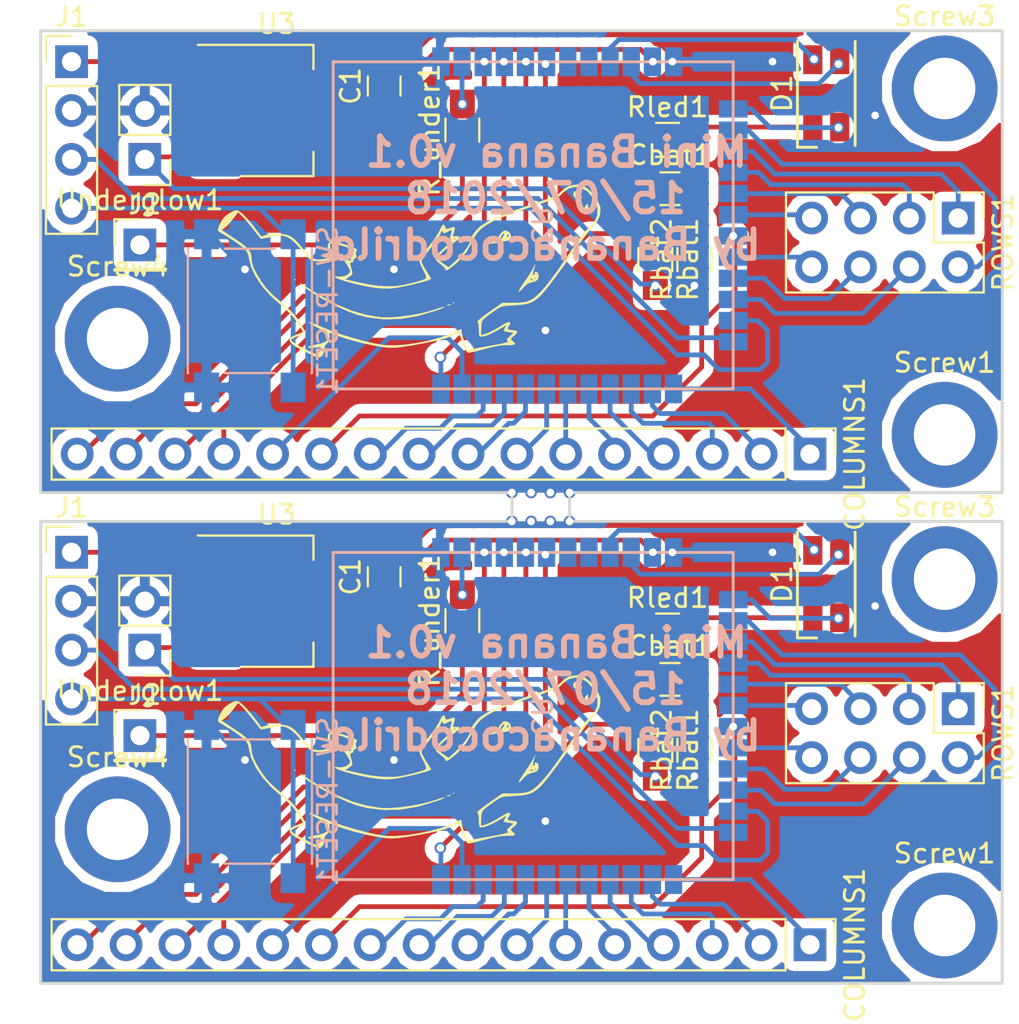
<source format=kicad_pcb>
(kicad_pcb (version 4) (host pcbnew 4.0.7)
  (layers (0 F.Cu signal) (31 B.Cu signal) (34 B.Paste user) (35 F.Paste user) (36 B.SilkS user) (37 F.SilkS user) (38 B.Mask user) (39 F.Mask user) (44 Edge.Cuts user))
  (net 0 "")
  (net 1 VCC)
  (net 2 GND)
  (net 3 BAT-M)
  (net 4 "Net-(D1-Pad1)")
  (net 5 LED-R)
  (net 6 LED-B)
  (net 7 LED-G)
  (net 8 "Net-(J1-Pad4)")
  (net 9 "Net-(R_under1-Pad2)")
  (net 10 COL-13)
  (net 11 COL-14)
  (net 12 COL-15)
  (net 13 COL-16)
  (net 14 "Net-(COLUMNS1-Pad1)")
  (net 15 "Net-(COLUMNS1-Pad2)")
  (net 16 "Net-(COLUMNS1-Pad3)")
  (net 17 "Net-(COLUMNS1-Pad4)")
  (net 18 "Net-(COLUMNS1-Pad5)")
  (net 19 "Net-(COLUMNS1-Pad6)")
  (net 20 "Net-(COLUMNS1-Pad7)")
  (net 21 "Net-(COLUMNS1-Pad8)")
  (net 22 "Net-(COLUMNS1-Pad9)")
  (net 23 "Net-(COLUMNS1-Pad10)")
  (net 24 "Net-(COLUMNS1-Pad12)")
  (net 25 "Net-(J1-Pad3)")
  (net 26 "Net-(J2-Pad1)")
  (net 27 "Net-(R_under1-Pad1)")
  (net 28 row6)
  (net 29 row7)
  (net 30 row8)
  (net 31 row1)
  (net 32 row2)
  (net 33 row3)
  (net 34 row4)
  (net 35 row5)
  (net 36 col-11)
  (module MisComponentes:LOGO_small (layer F.Cu) (at 32.512 50.138 100)
    (fp_text reference "" hide)
    (fp_text value "" hide)
  )
  (module Pin_Headers:Pin_Header_Straight_1x01_Pitch2.54mm (layer F.Cu) (at 18.161 49.63)
    (fp_text reference Underglow1 (at 0 -2.33) (layer F.SilkS))
    (fp_text value TO_WS2812b)
    (pad 1 thru_hole rect (at 0 0) (size 1.7 1.7) (drill 1) (layers *.Cu *.Mask) (net 27 "Net-(R_under1-Pad1)"))
  )
  (module Resistors_SMD:R_0805_HandSoldering (layer F.Cu) (at 45.593 44.169)
    (fp_text reference Rled1 (at 0 -1.7) (layer F.SilkS))
    (fp_text value 470)
    (pad 1 smd rect (at -1.35 0) (size 1.5 1.3) (layers F.Cu F.Paste F.Mask) (net 2 GND))
    (pad 2 smd rect (at 1.35 0) (size 1.5 1.3) (layers F.Cu F.Paste F.Mask) (net 4 "Net-(D1-Pad1)"))
  )
  (module Resistors_SMD:R_0805_HandSoldering (layer F.Cu) (at 46.99 50.392 90)
    (fp_text reference Rbat2 (at 0 -1.7 90) (layer F.SilkS))
    (fp_text value 2.2M)
    (pad 1 smd rect (at -1.35 0 90) (size 1.5 1.3) (layers F.Cu F.Paste F.Mask) (net 2 GND))
    (pad 2 smd rect (at 1.35 0 90) (size 1.5 1.3) (layers F.Cu F.Paste F.Mask) (net 3 BAT-M))
  )
  (module Resistors_SMD:R_0805_HandSoldering (layer F.Cu) (at 44.958 50.392 270)
    (fp_text reference Rbat1 (at 0 -1.7 270) (layer F.SilkS))
    (fp_text value 10M)
    (pad 1 smd rect (at -1.35 0 270) (size 1.5 1.3) (layers F.Cu F.Paste F.Mask) (net 3 BAT-M))
    (pad 2 smd rect (at 1.35 0 270) (size 1.5 1.3) (layers F.Cu F.Paste F.Mask) (net 26 "Net-(J2-Pad1)"))
  )
  (module Pin_Headers:Pin_Header_Straight_2x04_Pitch2.54mm (layer F.Cu) (at 60.706 48.233 270)
    (fp_text reference ROWS1 (at 1.27 -2.33 270) (layer F.SilkS))
    (fp_text value ROWS)
    (pad 1 thru_hole rect (at 0 0 270) (size 1.7 1.7) (drill 1) (layers *.Cu *.Mask) (net 31 row1))
    (pad 2 thru_hole oval (at 2.54 0 270) (size 1.7 1.7) (drill 1) (layers *.Cu *.Mask) (net 32 row2))
    (pad 3 thru_hole oval (at 0 2.54 270) (size 1.7 1.7) (drill 1) (layers *.Cu *.Mask) (net 33 row3))
    (pad 4 thru_hole oval (at 2.54 2.54 270) (size 1.7 1.7) (drill 1) (layers *.Cu *.Mask) (net 34 row4))
    (pad 5 thru_hole oval (at 0 5.08 270) (size 1.7 1.7) (drill 1) (layers *.Cu *.Mask) (net 35 row5))
    (pad 6 thru_hole oval (at 2.54 5.08 270) (size 1.7 1.7) (drill 1) (layers *.Cu *.Mask) (net 30 row8))
    (pad 7 thru_hole oval (at 0 7.62 270) (size 1.7 1.7) (drill 1) (layers *.Cu *.Mask) (net 29 row7))
    (pad 8 thru_hole oval (at 2.54 7.62 270) (size 1.7 1.7) (drill 1) (layers *.Cu *.Mask) (net 28 row6))
  )
  (module Pin_Headers:Pin_Header_Straight_1x02_Pitch2.54mm (layer F.Cu) (at 18.415 45.185 180)
    (fp_text reference J2 (at 0 -2.33 180) (layer F.SilkS))
    (fp_text value Lipo)
    (pad 1 thru_hole rect (at 0 0 180) (size 1.7 1.7) (drill 1) (layers *.Cu *.Mask) (net 26 "Net-(J2-Pad1)"))
    (pad 2 thru_hole oval (at 0 2.54 180) (size 1.7 1.7) (drill 1) (layers *.Cu *.Mask) (net 2 GND))
  )
  (module Resistors_SMD:R_0805_HandSoldering (layer F.Cu) (at 34.925 43.661 90)
    (fp_text reference R_under1 (at 0 -1.7 90) (layer F.SilkS))
    (fp_text value 470)
    (pad 1 smd rect (at -1.35 0 90) (size 1.5 1.3) (layers F.Cu F.Paste F.Mask) (net 27 "Net-(R_under1-Pad1)"))
    (pad 2 smd rect (at 1.35 0 90) (size 1.5 1.3) (layers F.Cu F.Paste F.Mask) (net 9 "Net-(R_under1-Pad2)"))
  )
  (module Pin_Headers:Pin_Header_Straight_1x16_Pitch2.54mm (layer F.Cu) (at 53 60.5 270)
    (fp_text reference COLUMNS1 (at 0 -2.33 270) (layer F.SilkS))
    (fp_text value COLUMNS)
    (pad 1 thru_hole rect (at 0 0 270) (size 1.7 1.7) (drill 1) (layers *.Cu *.Mask) (net 14 "Net-(COLUMNS1-Pad1)"))
    (pad 2 thru_hole oval (at 0 2.54 270) (size 1.7 1.7) (drill 1) (layers *.Cu *.Mask) (net 15 "Net-(COLUMNS1-Pad2)"))
    (pad 3 thru_hole oval (at 0 5.08 270) (size 1.7 1.7) (drill 1) (layers *.Cu *.Mask) (net 16 "Net-(COLUMNS1-Pad3)"))
    (pad 4 thru_hole oval (at 0 7.62 270) (size 1.7 1.7) (drill 1) (layers *.Cu *.Mask) (net 17 "Net-(COLUMNS1-Pad4)"))
    (pad 5 thru_hole oval (at 0 10.16 270) (size 1.7 1.7) (drill 1) (layers *.Cu *.Mask) (net 18 "Net-(COLUMNS1-Pad5)"))
    (pad 6 thru_hole oval (at 0 12.7 270) (size 1.7 1.7) (drill 1) (layers *.Cu *.Mask) (net 19 "Net-(COLUMNS1-Pad6)"))
    (pad 7 thru_hole oval (at 0 15.24 270) (size 1.7 1.7) (drill 1) (layers *.Cu *.Mask) (net 20 "Net-(COLUMNS1-Pad7)"))
    (pad 8 thru_hole oval (at 0 17.78 270) (size 1.7 1.7) (drill 1) (layers *.Cu *.Mask) (net 21 "Net-(COLUMNS1-Pad8)"))
    (pad 9 thru_hole oval (at 0 20.32 270) (size 1.7 1.7) (drill 1) (layers *.Cu *.Mask) (net 22 "Net-(COLUMNS1-Pad9)"))
    (pad 10 thru_hole oval (at 0 22.86 270) (size 1.7 1.7) (drill 1) (layers *.Cu *.Mask) (net 23 "Net-(COLUMNS1-Pad10)"))
    (pad 11 thru_hole oval (at 0 25.4 270) (size 1.7 1.7) (drill 1) (layers *.Cu *.Mask) (net 36 col-11))
    (pad 12 thru_hole oval (at 0 27.94 270) (size 1.7 1.7) (drill 1) (layers *.Cu *.Mask) (net 24 "Net-(COLUMNS1-Pad12)"))
    (pad 13 thru_hole oval (at 0 30.48 270) (size 1.7 1.7) (drill 1) (layers *.Cu *.Mask) (net 10 COL-13))
    (pad 14 thru_hole oval (at 0 33.02 270) (size 1.7 1.7) (drill 1) (layers *.Cu *.Mask) (net 11 COL-14))
    (pad 15 thru_hole oval (at 0 35.56 270) (size 1.7 1.7) (drill 1) (layers *.Cu *.Mask) (net 12 COL-15))
    (pad 16 thru_hole oval (at 0 38.1 270) (size 1.7 1.7) (drill 1) (layers *.Cu *.Mask) (net 13 COL-16))
  )
  (module TO_SOT_Packages_SMD:SOT-223-3_TabPin2 (layer F.Cu) (at 25.273 42.645)
    (fp_text reference U3 (at 0 -4.5) (layer F.SilkS))
    (fp_text value LM1117-3.3)
    (pad 2 smd rect (at 3.15 0) (size 2 3.8) (layers F.Cu F.Paste F.Mask) (net 1 VCC))
    (pad 2 smd rect (at -3.15 0) (size 2 1.5) (layers F.Cu F.Paste F.Mask) (net 1 VCC))
    (pad 3 smd rect (at -3.15 2.3) (size 2 1.5) (layers F.Cu F.Paste F.Mask) (net 26 "Net-(J2-Pad1)"))
    (pad 1 smd rect (at -3.15 -2.3) (size 2 1.5) (layers F.Cu F.Paste F.Mask) (net 2 GND))
  )
  (module Buttons_Switches_SMD:SW_SPST_PTS645 (layer B.Cu) (at 23.876 53.059 90)
    (fp_text reference SW-RESET1 (at 0 4.05 90) (layer B.SilkS) (effects (justify mirror)))
    (fp_text value SW_PUSH)
    (pad 2 smd rect (at -3.98 -2.25 90) (size 1.55 1.3) (layers B.Cu B.Paste B.Mask) (net 2 GND))
    (pad 1 smd rect (at -3.98 2.25 90) (size 1.55 1.3) (layers B.Cu B.Paste B.Mask) (net 8 "Net-(J1-Pad4)"))
    (pad 1 smd rect (at 3.98 2.25 90) (size 1.55 1.3) (layers B.Cu B.Paste B.Mask) (net 8 "Net-(J1-Pad4)"))
    (pad 2 smd rect (at 3.98 -2.25 90) (size 1.55 1.3) (layers B.Cu B.Paste B.Mask) (net 2 GND))
  )
  (module Mounting_Holes:MountingHole_3.2mm_M3_ISO14580_Pad (layer F.Cu) (at 17 54.5)
    (fp_text reference Screw4 (at 0 -3.75) (layer F.SilkS))
    (fp_text value Screw)
    (pad 1 thru_hole circle (at 0 0) (size 5.5 5.5) (drill 3.2) (layers *.Cu *.Mask))
  )
  (module Mounting_Holes:MountingHole_3.2mm_M3_ISO14580_Pad (layer F.Cu) (at 60 41.5)
    (fp_text reference Screw3 (at 0 -3.75) (layer F.SilkS))
    (fp_text value Screw)
    (pad 1 thru_hole circle (at 0 0) (size 5.5 5.5) (drill 3.2) (layers *.Cu *.Mask))
  )
  (module Mounting_Holes:MountingHole_3.2mm_M3_ISO14580_Pad (layer F.Cu) (at 60 59.5)
    (fp_text reference Screw1 (at 0 -3.75) (layer F.SilkS))
    (fp_text value Screw)
    (pad 1 thru_hole circle (at 0 0) (size 5.5 5.5) (drill 3.2) (layers *.Cu *.Mask))
  )
  (module Pin_Headers:Pin_Header_Straight_1x04_Pitch2.54mm (layer F.Cu) (at 14.605 40.105)
    (fp_text reference J1 (at 0 -2.33) (layer F.SilkS))
    (fp_text value prog_pins)
    (pad 1 thru_hole rect (at 0 0) (size 1.7 1.7) (drill 1) (layers *.Cu *.Mask) (net 1 VCC))
    (pad 2 thru_hole oval (at 0 2.54) (size 1.7 1.7) (drill 1) (layers *.Cu *.Mask) (net 2 GND))
    (pad 3 thru_hole oval (at 0 5.08) (size 1.7 1.7) (drill 1) (layers *.Cu *.Mask) (net 25 "Net-(J1-Pad3)"))
    (pad 4 thru_hole oval (at 0 7.62) (size 1.7 1.7) (drill 1) (layers *.Cu *.Mask) (net 8 "Net-(J1-Pad4)"))
  )
  (module LEDs:LED_RGB_1210 (layer F.Cu) (at 53.848 41.756 90)
    (fp_text reference D1 (at 0 -2.3 90) (layer F.SilkS))
    (fp_text value LED_BAT)
    (pad 1 smd rect (at -1.75 -0.7 270) (size 1.5 1) (layers F.Cu F.Paste F.Mask) (net 4 "Net-(D1-Pad1)"))
    (pad 2 smd rect (at -1.75 0.7 270) (size 1.5 1) (layers F.Cu F.Paste F.Mask) (net 5 LED-R))
    (pad 4 smd rect (at 1.75 -0.7 270) (size 1.5 1) (layers F.Cu F.Paste F.Mask) (net 7 LED-G))
    (pad 3 smd rect (at 1.75 0.7 270) (size 1.5 1) (layers F.Cu F.Paste F.Mask) (net 6 LED-B))
  )
  (module Capacitors_SMD:C_0805_HandSoldering (layer F.Cu) (at 45.72 46.709)
    (fp_text reference Cbat1 (at 0 -1.75) (layer F.SilkS))
    (fp_text value 22n)
    (pad 1 smd rect (at -1.25 0) (size 1.5 1.25) (layers F.Cu F.Paste F.Mask) (net 2 GND))
    (pad 2 smd rect (at 1.25 0) (size 1.5 1.25) (layers F.Cu F.Paste F.Mask) (net 3 BAT-M))
  )
  (module Capacitors_SMD:C_0805_HandSoldering (layer F.Cu) (at 30.861 41.375 90)
    (fp_text reference C1 (at 0 -1.75 90) (layer F.SilkS))
    (fp_text value 47uF)
    (pad 1 smd rect (at -1.25 0 90) (size 1.5 1.25) (layers F.Cu F.Paste F.Mask) (net 1 VCC))
    (pad 2 smd rect (at 1.25 0 90) (size 1.5 1.25) (layers F.Cu F.Paste F.Mask) (net 2 GND))
  )
  (module MisComponentes:cpre51822-smd (layer B.Cu) (at 38.608 48.614 270)
    (fp_text reference U2 (at 0 -0.5 270) (layer B.SilkS) (effects (justify mirror)))
    (fp_text value core51822)
    (pad 1 smd rect (at -8.5 4.8 270) (size 1.5 0.9) (layers B.Cu B.Paste B.Mask) (net 2 GND))
    (pad 2 smd rect (at -8.5 3.7 270) (size 1.5 0.9) (layers B.Cu B.Paste B.Mask) (net 9 "Net-(R_under1-Pad2)"))
    (pad 3 smd rect (at -8.5 2.6 270) (size 1.5 0.9) (layers B.Cu B.Paste B.Mask) (net 13 COL-16))
    (pad 4 smd rect (at -8.5 1.5 270) (size 1.5 0.9) (layers B.Cu B.Paste B.Mask) (net 12 COL-15))
    (pad 5 smd rect (at -8.5 0.4 270) (size 1.5 0.9) (layers B.Cu B.Paste B.Mask) (net 11 COL-14))
    (pad 6 smd rect (at -8.5 -0.7 270) (size 1.5 0.9) (layers B.Cu B.Paste B.Mask) (net 10 COL-13))
    (pad 7 smd rect (at -8.5 -1.8 270) (size 1.5 0.9) (layers B.Cu B.Paste B.Mask))
    (pad 8 smd rect (at -8.5 -2.9 270) (size 1.5 0.9) (layers B.Cu B.Paste B.Mask))
    (pad 9 smd rect (at -8.5 -4 270) (size 1.5 0.9) (layers B.Cu B.Paste B.Mask) (net 7 LED-G))
    (pad 10 smd rect (at -8.5 -5.1 270) (size 1.5 0.9) (layers B.Cu B.Paste B.Mask) (net 6 LED-B))
    (pad 11 smd rect (at -8.5 -6.2 270) (size 1.5 0.9) (layers B.Cu B.Paste B.Mask) (net 1 VCC))
    (pad 12 smd rect (at -8.5 -7.3 270) (size 1.5 0.9) (layers B.Cu B.Paste B.Mask) (net 2 GND))
    (pad 13 smd rect (at -6.05 -10.4 270) (size 0.9 1.5) (layers B.Cu B.Paste B.Mask) (net 5 LED-R))
    (pad 14 smd rect (at -4.95 -10.4 270) (size 0.9 1.5) (layers B.Cu B.Paste B.Mask) (net 32 row2))
    (pad 15 smd rect (at -3.85 -10.4 270) (size 0.9 1.5) (layers B.Cu B.Paste B.Mask) (net 31 row1))
    (pad 16 smd rect (at -2.75 -10.4 270) (size 0.9 1.5) (layers B.Cu B.Paste B.Mask) (net 33 row3))
    (pad 17 smd rect (at -1.65 -10.4 270) (size 0.9 1.5) (layers B.Cu B.Paste B.Mask) (net 35 row5))
    (pad 18 smd rect (at -0.55 -10.4 270) (size 0.9 1.5) (layers B.Cu B.Paste B.Mask) (net 29 row7))
    (pad 19 smd rect (at 0.55 -10.4 270) (size 0.9 1.5) (layers B.Cu B.Paste B.Mask) (net 36 col-11))
    (pad 20 smd rect (at 1.65 -10.4 270) (size 0.9 1.5) (layers B.Cu B.Paste B.Mask) (net 28 row6))
    (pad 21 smd rect (at 2.75 -10.4 270) (size 0.9 1.5) (layers B.Cu B.Paste B.Mask) (net 30 row8))
    (pad 22 smd rect (at 3.85 -10.4 270) (size 0.9 1.5) (layers B.Cu B.Paste B.Mask) (net 34 row4))
    (pad 23 smd rect (at 4.95 -10.4 270) (size 0.9 1.5) (layers B.Cu B.Paste B.Mask) (net 8 "Net-(J1-Pad4)"))
    (pad 24 smd rect (at 6.05 -10.4 270) (size 0.9 1.5) (layers B.Cu B.Paste B.Mask) (net 25 "Net-(J1-Pad3)"))
    (pad 25 smd rect (at 8.5 -7.3 270) (size 1.5 0.9) (layers B.Cu B.Paste B.Mask) (net 14 "Net-(COLUMNS1-Pad1)"))
    (pad 26 smd rect (at 8.5 -6.2 270) (size 1.5 0.9) (layers B.Cu B.Paste B.Mask) (net 15 "Net-(COLUMNS1-Pad2)"))
    (pad 27 smd rect (at 8.5 -5.1 270) (size 1.5 0.9) (layers B.Cu B.Paste B.Mask) (net 16 "Net-(COLUMNS1-Pad3)"))
    (pad 28 smd rect (at 8.5 -4 270) (size 1.5 0.9) (layers B.Cu B.Paste B.Mask) (net 17 "Net-(COLUMNS1-Pad4)"))
    (pad 29 smd rect (at 8.5 -2.9 270) (size 1.5 0.9) (layers B.Cu B.Paste B.Mask) (net 18 "Net-(COLUMNS1-Pad5)"))
    (pad 30 smd rect (at 8.5 -1.8 270) (size 1.5 0.9) (layers B.Cu B.Paste B.Mask) (net 19 "Net-(COLUMNS1-Pad6)"))
    (pad 31 smd rect (at 8.5 -0.7 270) (size 1.5 0.9) (layers B.Cu B.Paste B.Mask) (net 20 "Net-(COLUMNS1-Pad7)"))
    (pad 32 smd rect (at 8.5 0.4 270) (size 1.5 0.9) (layers B.Cu B.Paste B.Mask) (net 21 "Net-(COLUMNS1-Pad8)"))
    (pad 33 smd rect (at 8.5 1.5 270) (size 1.5 0.9) (layers B.Cu B.Paste B.Mask) (net 22 "Net-(COLUMNS1-Pad9)"))
    (pad 34 smd rect (at 8.5 2.6 270) (size 1.5 0.9) (layers B.Cu B.Paste B.Mask) (net 23 "Net-(COLUMNS1-Pad10)"))
    (pad 35 smd rect (at 8.5 3.7 270) (size 1.5 0.9) (layers B.Cu B.Paste B.Mask) (net 24 "Net-(COLUMNS1-Pad12)"))
    (pad 36 smd rect (at 8.5 4.8 270) (size 1.5 0.9) (layers B.Cu B.Paste B.Mask) (net 3 BAT-M))
  )
  (module MisComponentes:cpre51822-smd (layer B.Cu) (at 38.608 23.114 270)
    (fp_text reference U2 (at 0 -0.5 270) (layer B.SilkS) (effects (justify mirror)))
    (fp_text value core51822)
    (pad 1 smd rect (at -8.5 4.8 270) (size 1.5 0.9) (layers B.Cu B.Paste B.Mask) (net 2 GND))
    (pad 2 smd rect (at -8.5 3.7 270) (size 1.5 0.9) (layers B.Cu B.Paste B.Mask) (net 9 "Net-(R_under1-Pad2)"))
    (pad 3 smd rect (at -8.5 2.6 270) (size 1.5 0.9) (layers B.Cu B.Paste B.Mask) (net 13 COL-16))
    (pad 4 smd rect (at -8.5 1.5 270) (size 1.5 0.9) (layers B.Cu B.Paste B.Mask) (net 12 COL-15))
    (pad 5 smd rect (at -8.5 0.4 270) (size 1.5 0.9) (layers B.Cu B.Paste B.Mask) (net 11 COL-14))
    (pad 6 smd rect (at -8.5 -0.7 270) (size 1.5 0.9) (layers B.Cu B.Paste B.Mask) (net 10 COL-13))
    (pad 7 smd rect (at -8.5 -1.8 270) (size 1.5 0.9) (layers B.Cu B.Paste B.Mask))
    (pad 8 smd rect (at -8.5 -2.9 270) (size 1.5 0.9) (layers B.Cu B.Paste B.Mask))
    (pad 9 smd rect (at -8.5 -4 270) (size 1.5 0.9) (layers B.Cu B.Paste B.Mask) (net 7 LED-G))
    (pad 10 smd rect (at -8.5 -5.1 270) (size 1.5 0.9) (layers B.Cu B.Paste B.Mask) (net 6 LED-B))
    (pad 11 smd rect (at -8.5 -6.2 270) (size 1.5 0.9) (layers B.Cu B.Paste B.Mask) (net 1 VCC))
    (pad 12 smd rect (at -8.5 -7.3 270) (size 1.5 0.9) (layers B.Cu B.Paste B.Mask) (net 2 GND))
    (pad 13 smd rect (at -6.05 -10.4 270) (size 0.9 1.5) (layers B.Cu B.Paste B.Mask) (net 5 LED-R))
    (pad 14 smd rect (at -4.95 -10.4 270) (size 0.9 1.5) (layers B.Cu B.Paste B.Mask) (net 32 row2))
    (pad 15 smd rect (at -3.85 -10.4 270) (size 0.9 1.5) (layers B.Cu B.Paste B.Mask) (net 31 row1))
    (pad 16 smd rect (at -2.75 -10.4 270) (size 0.9 1.5) (layers B.Cu B.Paste B.Mask) (net 33 row3))
    (pad 17 smd rect (at -1.65 -10.4 270) (size 0.9 1.5) (layers B.Cu B.Paste B.Mask) (net 35 row5))
    (pad 18 smd rect (at -0.55 -10.4 270) (size 0.9 1.5) (layers B.Cu B.Paste B.Mask) (net 29 row7))
    (pad 19 smd rect (at 0.55 -10.4 270) (size 0.9 1.5) (layers B.Cu B.Paste B.Mask) (net 36 col-11))
    (pad 20 smd rect (at 1.65 -10.4 270) (size 0.9 1.5) (layers B.Cu B.Paste B.Mask) (net 28 row6))
    (pad 21 smd rect (at 2.75 -10.4 270) (size 0.9 1.5) (layers B.Cu B.Paste B.Mask) (net 30 row8))
    (pad 22 smd rect (at 3.85 -10.4 270) (size 0.9 1.5) (layers B.Cu B.Paste B.Mask) (net 34 row4))
    (pad 23 smd rect (at 4.95 -10.4 270) (size 0.9 1.5) (layers B.Cu B.Paste B.Mask) (net 8 "Net-(J1-Pad4)"))
    (pad 24 smd rect (at 6.05 -10.4 270) (size 0.9 1.5) (layers B.Cu B.Paste B.Mask) (net 25 "Net-(J1-Pad3)"))
    (pad 25 smd rect (at 8.5 -7.3 270) (size 1.5 0.9) (layers B.Cu B.Paste B.Mask) (net 14 "Net-(COLUMNS1-Pad1)"))
    (pad 26 smd rect (at 8.5 -6.2 270) (size 1.5 0.9) (layers B.Cu B.Paste B.Mask) (net 15 "Net-(COLUMNS1-Pad2)"))
    (pad 27 smd rect (at 8.5 -5.1 270) (size 1.5 0.9) (layers B.Cu B.Paste B.Mask) (net 16 "Net-(COLUMNS1-Pad3)"))
    (pad 28 smd rect (at 8.5 -4 270) (size 1.5 0.9) (layers B.Cu B.Paste B.Mask) (net 17 "Net-(COLUMNS1-Pad4)"))
    (pad 29 smd rect (at 8.5 -2.9 270) (size 1.5 0.9) (layers B.Cu B.Paste B.Mask) (net 18 "Net-(COLUMNS1-Pad5)"))
    (pad 30 smd rect (at 8.5 -1.8 270) (size 1.5 0.9) (layers B.Cu B.Paste B.Mask) (net 19 "Net-(COLUMNS1-Pad6)"))
    (pad 31 smd rect (at 8.5 -0.7 270) (size 1.5 0.9) (layers B.Cu B.Paste B.Mask) (net 20 "Net-(COLUMNS1-Pad7)"))
    (pad 32 smd rect (at 8.5 0.4 270) (size 1.5 0.9) (layers B.Cu B.Paste B.Mask) (net 21 "Net-(COLUMNS1-Pad8)"))
    (pad 33 smd rect (at 8.5 1.5 270) (size 1.5 0.9) (layers B.Cu B.Paste B.Mask) (net 22 "Net-(COLUMNS1-Pad9)"))
    (pad 34 smd rect (at 8.5 2.6 270) (size 1.5 0.9) (layers B.Cu B.Paste B.Mask) (net 23 "Net-(COLUMNS1-Pad10)"))
    (pad 35 smd rect (at 8.5 3.7 270) (size 1.5 0.9) (layers B.Cu B.Paste B.Mask) (net 24 "Net-(COLUMNS1-Pad12)"))
    (pad 36 smd rect (at 8.5 4.8 270) (size 1.5 0.9) (layers B.Cu B.Paste B.Mask) (net 3 BAT-M))
  )
  (module Capacitors_SMD:C_0805_HandSoldering (layer F.Cu) (at 30.861 15.875 90)
    (fp_text reference C1 (at 0 -1.75 90) (layer F.SilkS))
    (fp_text value 47uF)
    (pad 1 smd rect (at -1.25 0 90) (size 1.5 1.25) (layers F.Cu F.Paste F.Mask) (net 1 VCC))
    (pad 2 smd rect (at 1.25 0 90) (size 1.5 1.25) (layers F.Cu F.Paste F.Mask) (net 2 GND))
  )
  (module Capacitors_SMD:C_0805_HandSoldering (layer F.Cu) (at 45.72 21.209)
    (fp_text reference Cbat1 (at 0 -1.75) (layer F.SilkS))
    (fp_text value 22n)
    (pad 1 smd rect (at -1.25 0) (size 1.5 1.25) (layers F.Cu F.Paste F.Mask) (net 2 GND))
    (pad 2 smd rect (at 1.25 0) (size 1.5 1.25) (layers F.Cu F.Paste F.Mask) (net 3 BAT-M))
  )
  (module LEDs:LED_RGB_1210 (layer F.Cu) (at 53.848 16.256 90)
    (fp_text reference D1 (at 0 -2.3 90) (layer F.SilkS))
    (fp_text value LED_BAT)
    (pad 1 smd rect (at -1.75 -0.7 270) (size 1.5 1) (layers F.Cu F.Paste F.Mask) (net 4 "Net-(D1-Pad1)"))
    (pad 2 smd rect (at -1.75 0.7 270) (size 1.5 1) (layers F.Cu F.Paste F.Mask) (net 5 LED-R))
    (pad 4 smd rect (at 1.75 -0.7 270) (size 1.5 1) (layers F.Cu F.Paste F.Mask) (net 7 LED-G))
    (pad 3 smd rect (at 1.75 0.7 270) (size 1.5 1) (layers F.Cu F.Paste F.Mask) (net 6 LED-B))
  )
  (module Pin_Headers:Pin_Header_Straight_1x04_Pitch2.54mm (layer F.Cu) (at 14.605 14.605)
    (fp_text reference J1 (at 0 -2.33) (layer F.SilkS))
    (fp_text value prog_pins)
    (pad 1 thru_hole rect (at 0 0) (size 1.7 1.7) (drill 1) (layers *.Cu *.Mask) (net 1 VCC))
    (pad 2 thru_hole oval (at 0 2.54) (size 1.7 1.7) (drill 1) (layers *.Cu *.Mask) (net 2 GND))
    (pad 3 thru_hole oval (at 0 5.08) (size 1.7 1.7) (drill 1) (layers *.Cu *.Mask) (net 25 "Net-(J1-Pad3)"))
    (pad 4 thru_hole oval (at 0 7.62) (size 1.7 1.7) (drill 1) (layers *.Cu *.Mask) (net 8 "Net-(J1-Pad4)"))
  )
  (module Mounting_Holes:MountingHole_3.2mm_M3_ISO14580_Pad (layer F.Cu) (at 60 34)
    (fp_text reference Screw1 (at 0 -3.75) (layer F.SilkS))
    (fp_text value Screw)
    (pad 1 thru_hole circle (at 0 0) (size 5.5 5.5) (drill 3.2) (layers *.Cu *.Mask))
  )
  (module Mounting_Holes:MountingHole_3.2mm_M3_ISO14580_Pad (layer F.Cu) (at 60 16)
    (fp_text reference Screw3 (at 0 -3.75) (layer F.SilkS))
    (fp_text value Screw)
    (pad 1 thru_hole circle (at 0 0) (size 5.5 5.5) (drill 3.2) (layers *.Cu *.Mask))
  )
  (module Mounting_Holes:MountingHole_3.2mm_M3_ISO14580_Pad (layer F.Cu) (at 17 29)
    (fp_text reference Screw4 (at 0 -3.75) (layer F.SilkS))
    (fp_text value Screw)
    (pad 1 thru_hole circle (at 0 0) (size 5.5 5.5) (drill 3.2) (layers *.Cu *.Mask))
  )
  (module Buttons_Switches_SMD:SW_SPST_PTS645 (layer B.Cu) (at 23.876 27.559 90)
    (fp_text reference SW-RESET1 (at 0 4.05 90) (layer B.SilkS) (effects (justify mirror)))
    (fp_text value SW_PUSH)
    (pad 2 smd rect (at -3.98 -2.25 90) (size 1.55 1.3) (layers B.Cu B.Paste B.Mask) (net 2 GND))
    (pad 1 smd rect (at -3.98 2.25 90) (size 1.55 1.3) (layers B.Cu B.Paste B.Mask) (net 8 "Net-(J1-Pad4)"))
    (pad 1 smd rect (at 3.98 2.25 90) (size 1.55 1.3) (layers B.Cu B.Paste B.Mask) (net 8 "Net-(J1-Pad4)"))
    (pad 2 smd rect (at 3.98 -2.25 90) (size 1.55 1.3) (layers B.Cu B.Paste B.Mask) (net 2 GND))
  )
  (module TO_SOT_Packages_SMD:SOT-223-3_TabPin2 (layer F.Cu) (at 25.273 17.145)
    (fp_text reference U3 (at 0 -4.5) (layer F.SilkS))
    (fp_text value LM1117-3.3)
    (pad 2 smd rect (at 3.15 0) (size 2 3.8) (layers F.Cu F.Paste F.Mask) (net 1 VCC))
    (pad 2 smd rect (at -3.15 0) (size 2 1.5) (layers F.Cu F.Paste F.Mask) (net 1 VCC))
    (pad 3 smd rect (at -3.15 2.3) (size 2 1.5) (layers F.Cu F.Paste F.Mask) (net 26 "Net-(J2-Pad1)"))
    (pad 1 smd rect (at -3.15 -2.3) (size 2 1.5) (layers F.Cu F.Paste F.Mask) (net 2 GND))
  )
  (module Pin_Headers:Pin_Header_Straight_1x16_Pitch2.54mm (layer F.Cu) (at 53 35 270)
    (fp_text reference COLUMNS1 (at 0 -2.33 270) (layer F.SilkS))
    (fp_text value COLUMNS)
    (pad 1 thru_hole rect (at 0 0 270) (size 1.7 1.7) (drill 1) (layers *.Cu *.Mask) (net 14 "Net-(COLUMNS1-Pad1)"))
    (pad 2 thru_hole oval (at 0 2.54 270) (size 1.7 1.7) (drill 1) (layers *.Cu *.Mask) (net 15 "Net-(COLUMNS1-Pad2)"))
    (pad 3 thru_hole oval (at 0 5.08 270) (size 1.7 1.7) (drill 1) (layers *.Cu *.Mask) (net 16 "Net-(COLUMNS1-Pad3)"))
    (pad 4 thru_hole oval (at 0 7.62 270) (size 1.7 1.7) (drill 1) (layers *.Cu *.Mask) (net 17 "Net-(COLUMNS1-Pad4)"))
    (pad 5 thru_hole oval (at 0 10.16 270) (size 1.7 1.7) (drill 1) (layers *.Cu *.Mask) (net 18 "Net-(COLUMNS1-Pad5)"))
    (pad 6 thru_hole oval (at 0 12.7 270) (size 1.7 1.7) (drill 1) (layers *.Cu *.Mask) (net 19 "Net-(COLUMNS1-Pad6)"))
    (pad 7 thru_hole oval (at 0 15.24 270) (size 1.7 1.7) (drill 1) (layers *.Cu *.Mask) (net 20 "Net-(COLUMNS1-Pad7)"))
    (pad 8 thru_hole oval (at 0 17.78 270) (size 1.7 1.7) (drill 1) (layers *.Cu *.Mask) (net 21 "Net-(COLUMNS1-Pad8)"))
    (pad 9 thru_hole oval (at 0 20.32 270) (size 1.7 1.7) (drill 1) (layers *.Cu *.Mask) (net 22 "Net-(COLUMNS1-Pad9)"))
    (pad 10 thru_hole oval (at 0 22.86 270) (size 1.7 1.7) (drill 1) (layers *.Cu *.Mask) (net 23 "Net-(COLUMNS1-Pad10)"))
    (pad 11 thru_hole oval (at 0 25.4 270) (size 1.7 1.7) (drill 1) (layers *.Cu *.Mask) (net 36 col-11))
    (pad 12 thru_hole oval (at 0 27.94 270) (size 1.7 1.7) (drill 1) (layers *.Cu *.Mask) (net 24 "Net-(COLUMNS1-Pad12)"))
    (pad 13 thru_hole oval (at 0 30.48 270) (size 1.7 1.7) (drill 1) (layers *.Cu *.Mask) (net 10 COL-13))
    (pad 14 thru_hole oval (at 0 33.02 270) (size 1.7 1.7) (drill 1) (layers *.Cu *.Mask) (net 11 COL-14))
    (pad 15 thru_hole oval (at 0 35.56 270) (size 1.7 1.7) (drill 1) (layers *.Cu *.Mask) (net 12 COL-15))
    (pad 16 thru_hole oval (at 0 38.1 270) (size 1.7 1.7) (drill 1) (layers *.Cu *.Mask) (net 13 COL-16))
  )
  (module Resistors_SMD:R_0805_HandSoldering (layer F.Cu) (at 34.925 18.161 90)
    (fp_text reference R_under1 (at 0 -1.7 90) (layer F.SilkS))
    (fp_text value 470)
    (pad 1 smd rect (at -1.35 0 90) (size 1.5 1.3) (layers F.Cu F.Paste F.Mask) (net 27 "Net-(R_under1-Pad1)"))
    (pad 2 smd rect (at 1.35 0 90) (size 1.5 1.3) (layers F.Cu F.Paste F.Mask) (net 9 "Net-(R_under1-Pad2)"))
  )
  (module Pin_Headers:Pin_Header_Straight_1x02_Pitch2.54mm (layer F.Cu) (at 18.415 19.685 180)
    (fp_text reference J2 (at 0 -2.33 180) (layer F.SilkS))
    (fp_text value Lipo)
    (pad 1 thru_hole rect (at 0 0 180) (size 1.7 1.7) (drill 1) (layers *.Cu *.Mask) (net 26 "Net-(J2-Pad1)"))
    (pad 2 thru_hole oval (at 0 2.54 180) (size 1.7 1.7) (drill 1) (layers *.Cu *.Mask) (net 2 GND))
  )
  (module Pin_Headers:Pin_Header_Straight_2x04_Pitch2.54mm (layer F.Cu) (at 60.706 22.733 270)
    (fp_text reference ROWS1 (at 1.27 -2.33 270) (layer F.SilkS))
    (fp_text value ROWS)
    (pad 1 thru_hole rect (at 0 0 270) (size 1.7 1.7) (drill 1) (layers *.Cu *.Mask) (net 31 row1))
    (pad 2 thru_hole oval (at 2.54 0 270) (size 1.7 1.7) (drill 1) (layers *.Cu *.Mask) (net 32 row2))
    (pad 3 thru_hole oval (at 0 2.54 270) (size 1.7 1.7) (drill 1) (layers *.Cu *.Mask) (net 33 row3))
    (pad 4 thru_hole oval (at 2.54 2.54 270) (size 1.7 1.7) (drill 1) (layers *.Cu *.Mask) (net 34 row4))
    (pad 5 thru_hole oval (at 0 5.08 270) (size 1.7 1.7) (drill 1) (layers *.Cu *.Mask) (net 35 row5))
    (pad 6 thru_hole oval (at 2.54 5.08 270) (size 1.7 1.7) (drill 1) (layers *.Cu *.Mask) (net 30 row8))
    (pad 7 thru_hole oval (at 0 7.62 270) (size 1.7 1.7) (drill 1) (layers *.Cu *.Mask) (net 29 row7))
    (pad 8 thru_hole oval (at 2.54 7.62 270) (size 1.7 1.7) (drill 1) (layers *.Cu *.Mask) (net 28 row6))
  )
  (module Resistors_SMD:R_0805_HandSoldering (layer F.Cu) (at 44.958 24.892 270)
    (fp_text reference Rbat1 (at 0 -1.7 270) (layer F.SilkS))
    (fp_text value 10M)
    (pad 1 smd rect (at -1.35 0 270) (size 1.5 1.3) (layers F.Cu F.Paste F.Mask) (net 3 BAT-M))
    (pad 2 smd rect (at 1.35 0 270) (size 1.5 1.3) (layers F.Cu F.Paste F.Mask) (net 26 "Net-(J2-Pad1)"))
  )
  (module Resistors_SMD:R_0805_HandSoldering (layer F.Cu) (at 46.99 24.892 90)
    (fp_text reference Rbat2 (at 0 -1.7 90) (layer F.SilkS))
    (fp_text value 2.2M)
    (pad 1 smd rect (at -1.35 0 90) (size 1.5 1.3) (layers F.Cu F.Paste F.Mask) (net 2 GND))
    (pad 2 smd rect (at 1.35 0 90) (size 1.5 1.3) (layers F.Cu F.Paste F.Mask) (net 3 BAT-M))
  )
  (module Resistors_SMD:R_0805_HandSoldering (layer F.Cu) (at 45.593 18.669)
    (fp_text reference Rled1 (at 0 -1.7) (layer F.SilkS))
    (fp_text value 470)
    (pad 1 smd rect (at -1.35 0) (size 1.5 1.3) (layers F.Cu F.Paste F.Mask) (net 2 GND))
    (pad 2 smd rect (at 1.35 0) (size 1.5 1.3) (layers F.Cu F.Paste F.Mask) (net 4 "Net-(D1-Pad1)"))
  )
  (module Pin_Headers:Pin_Header_Straight_1x01_Pitch2.54mm (layer F.Cu) (at 18.161 24.13)
    (fp_text reference Underglow1 (at 0 -2.33) (layer F.SilkS))
    (fp_text value TO_WS2812b)
    (pad 1 thru_hole rect (at 0 0) (size 1.7 1.7) (drill 1) (layers *.Cu *.Mask) (net 27 "Net-(R_under1-Pad1)"))
  )
  (module MisComponentes:LOGO_small (layer F.Cu) (at 32.512 24.638 100)
    (fp_text reference "" hide)
    (fp_text value "" hide)
  )
  (gr_line (start 37.5 38.5) (end 37.5 37) (angle 90) (layer Edge.Cuts) (width 0.15))
  (gr_line (start 13 38.5) (end 37.5 38.5) (angle 90) (layer Edge.Cuts) (width 0.15))
  (gr_line (start 13 62.5) (end 13 38.5) (angle 90) (layer Edge.Cuts) (width 0.15))
  (gr_line (start 63 62.5) (end 13 62.5) (angle 90) (layer Edge.Cuts) (width 0.15))
  (gr_line (start 63 38.5) (end 63 62.5) (angle 90) (layer Edge.Cuts) (width 0.15))
  (gr_line (start 40.5 38.5) (end 63 38.5) (angle 90) (layer Edge.Cuts) (width 0.15))
  (gr_line (start 40.5 37) (end 40.5 38.5) (angle 90) (layer Edge.Cuts) (width 0.15))
  (gr_line (start 63 37) (end 40.5 37) (angle 90) (layer Edge.Cuts) (width 0.15))
  (gr_line (start 63 13) (end 63 37) (angle 90) (layer Edge.Cuts) (width 0.15))
  (gr_line (start 13 13) (end 63 13) (angle 90) (layer Edge.Cuts) (width 0.15))
  (gr_line (start 13 37) (end 13 13) (angle 90) (layer Edge.Cuts) (width 0.15))
  (gr_line (start 37.5 37) (end 13 37) (angle 90) (layer Edge.Cuts) (width 0.15))
  (gr_text "Mini Banana v0.1 \n15/07/2018\nby Bananacocodrilo" (at 39.243 47.217) (layer B.SilkS) (effects (font (size 1.5 1.5) (thickness 0.3)) (justify mirror)))
  (gr_text "Mini Banana v0.1 \n15/07/2018\nby Bananacocodrilo" (at 39.243 21.717) (layer B.SilkS) (effects (font (size 1.5 1.5) (thickness 0.3)) (justify mirror)))
  (via (at 39.5 38.5) (size 0.6) (drill 0.4) (layers F.Cu B.Cu) (net 0))
  (via (at 39.5 37) (size 0.6) (drill 0.4) (layers F.Cu B.Cu) (net 0))
  (via (at 40.5 38.5) (size 0.6) (drill 0.4) (layers F.Cu B.Cu) (net 0))
  (via (at 38.5 38.5) (size 0.6) (drill 0.4) (layers F.Cu B.Cu) (net 0))
  (via (at 37.5 38.5) (size 0.6) (drill 0.4) (layers F.Cu B.Cu) (net 0))
  (via (at 40.5 37) (size 0.6) (drill 0.4) (layers F.Cu B.Cu) (net 0))
  (via (at 37.5 37) (size 0.6) (drill 0.4) (layers F.Cu B.Cu) (net 0))
  (via (at 38.5 37) (size 0.6) (drill 0.4) (layers F.Cu B.Cu) (net 0))
  (segment (start 26.035 42.772) (end 22.504 42.772) (width 0.25) (layer F.Cu) (net 1))
  (segment (start 28.804 42.772) (end 26.035 42.772) (width 0.25) (layer F.Cu) (net 1))
  (segment (start 19.558 40.105) (end 14.605 40.105) (width 0.25) (layer F.Cu) (net 1))
  (segment (start 22.225 42.772) (end 19.558 40.105) (width 0.25) (layer F.Cu) (net 1))
  (segment (start 22.504 42.772) (end 22.225 42.772) (width 0.25) (layer F.Cu) (net 1))
  (segment (start 28.824 42.752) (end 28.804 42.772) (width 0.25) (layer F.Cu) (net 1))
  (segment (start 30.734 42.752) (end 28.824 42.752) (width 0.25) (layer F.Cu) (net 1))
  (segment (start 44.822 40.114) (end 44.808 40.114) (width 0.25) (layer B.Cu) (net 1))
  (segment (start 31.516 42.625) (end 32.258 41.883) (width 0.25) (layer F.Cu) (net 1))
  (segment (start 32.258 41.883) (end 32.258 40.867) (width 0.25) (layer F.Cu) (net 1))
  (segment (start 32.258 40.867) (end 33.655 39.47) (width 0.25) (layer F.Cu) (net 1))
  (segment (start 33.655 39.47) (end 44.196 39.47) (width 0.25) (layer F.Cu) (net 1))
  (segment (start 44.196 39.47) (end 44.831 40.105) (width 0.25) (layer F.Cu) (net 1))
  (via (at 44.831 40.105) (size 0.6) (drill 0.4) (layers F.Cu B.Cu) (net 1))
  (segment (start 44.831 40.105) (end 44.822 40.114) (width 0.25) (layer B.Cu) (net 1))
  (segment (start 30.861 42.625) (end 31.516 42.625) (width 0.25) (layer F.Cu) (net 1))
  (segment (start 30.861 17.125) (end 31.516 17.125) (width 0.25) (layer F.Cu) (net 1))
  (segment (start 44.831 14.605) (end 44.822 14.614) (width 0.25) (layer B.Cu) (net 1))
  (via (at 44.831 14.605) (size 0.6) (drill 0.4) (layers F.Cu B.Cu) (net 1))
  (segment (start 44.196 13.97) (end 44.831 14.605) (width 0.25) (layer F.Cu) (net 1))
  (segment (start 33.655 13.97) (end 44.196 13.97) (width 0.25) (layer F.Cu) (net 1))
  (segment (start 32.258 15.367) (end 33.655 13.97) (width 0.25) (layer F.Cu) (net 1))
  (segment (start 32.258 16.383) (end 32.258 15.367) (width 0.25) (layer F.Cu) (net 1))
  (segment (start 31.516 17.125) (end 32.258 16.383) (width 0.25) (layer F.Cu) (net 1))
  (segment (start 44.822 14.614) (end 44.808 14.614) (width 0.25) (layer B.Cu) (net 1))
  (segment (start 30.734 17.252) (end 28.824 17.252) (width 0.25) (layer F.Cu) (net 1))
  (segment (start 28.824 17.252) (end 28.804 17.272) (width 0.25) (layer F.Cu) (net 1))
  (segment (start 22.504 17.272) (end 22.225 17.272) (width 0.25) (layer F.Cu) (net 1))
  (segment (start 22.225 17.272) (end 19.558 14.605) (width 0.25) (layer F.Cu) (net 1))
  (segment (start 19.558 14.605) (end 14.605 14.605) (width 0.25) (layer F.Cu) (net 1))
  (segment (start 28.804 17.272) (end 26.035 17.272) (width 0.25) (layer F.Cu) (net 1))
  (segment (start 26.035 17.272) (end 22.504 17.272) (width 0.25) (layer F.Cu) (net 1))
  (segment (start 45.856 40.114) (end 45.908 40.114) (width 0.25) (layer B.Cu) (net 2))
  (segment (start 45.847 40.105) (end 45.856 40.114) (width 0.25) (layer B.Cu) (net 2))
  (via (at 45.847 40.105) (size 0.6) (drill 0.4) (layers F.Cu B.Cu) (net 2))
  (segment (start 45.847 42.264) (end 45.847 40.105) (width 0.25) (layer F.Cu) (net 2))
  (segment (start 44.243 43.868) (end 45.847 42.264) (width 0.25) (layer F.Cu) (net 2))
  (segment (start 44.243 44.169) (end 44.243 43.868) (width 0.25) (layer F.Cu) (net 2))
  (segment (start 47 51.732) (end 46.99 51.742) (width 0.25) (layer B.Cu) (net 2))
  (segment (start 47 51.5) (end 47 51.732) (width 0.25) (layer B.Cu) (net 2))
  (via (at 46.99 51.742) (size 0.6) (drill 0.4) (layers F.Cu B.Cu) (net 2))
  (segment (start 21.626 49.079) (end 21.801 49.079) (width 0.25) (layer B.Cu) (net 2))
  (segment (start 45.908 40.114) (end 51.045 40.114) (width 0.25) (layer B.Cu) (net 2))
  (segment (start 51.045 40.114) (end 51.054 40.105) (width 0.25) (layer B.Cu) (net 2))
  (via (at 51.054 40.105) (size 0.6) (drill 0.4) (layers F.Cu B.Cu) (net 2))
  (segment (start 51.054 40.105) (end 52.705 41.756) (width 0.25) (layer F.Cu) (net 2))
  (segment (start 52.705 41.756) (end 55.245 41.756) (width 0.25) (layer F.Cu) (net 2))
  (segment (start 55.245 41.756) (end 56.388 42.899) (width 0.25) (layer F.Cu) (net 2))
  (via (at 56.388 42.899) (size 0.6) (drill 0.4) (layers F.Cu B.Cu) (net 2))
  (segment (start 23.622 50.9) (end 31.369 50.9) (width 0.25) (layer F.Cu) (net 2))
  (via (at 31.369 50.9) (size 0.6) (drill 0.4) (layers F.Cu B.Cu) (net 2))
  (segment (start 31.369 50.9) (end 36.068 50.9) (width 0.25) (layer B.Cu) (net 2))
  (segment (start 23.622 50.9) (end 21.801 49.079) (width 0.25) (layer B.Cu) (net 2))
  (via (at 39.243 54.075) (size 0.6) (drill 0.4) (layers F.Cu B.Cu) (net 2))
  (segment (start 39.243 54.075) (end 36.068 50.9) (width 0.25) (layer B.Cu) (net 2))
  (via (at 23.622 50.9) (size 0.6) (drill 0.4) (layers F.Cu B.Cu) (net 2))
  (via (at 23.622 25.4) (size 0.6) (drill 0.4) (layers F.Cu B.Cu) (net 2))
  (segment (start 39.243 28.575) (end 36.068 25.4) (width 0.25) (layer B.Cu) (net 2))
  (via (at 39.243 28.575) (size 0.6) (drill 0.4) (layers F.Cu B.Cu) (net 2))
  (segment (start 23.622 25.4) (end 21.801 23.579) (width 0.25) (layer B.Cu) (net 2))
  (segment (start 31.369 25.4) (end 36.068 25.4) (width 0.25) (layer B.Cu) (net 2))
  (via (at 31.369 25.4) (size 0.6) (drill 0.4) (layers F.Cu B.Cu) (net 2))
  (segment (start 23.622 25.4) (end 31.369 25.4) (width 0.25) (layer F.Cu) (net 2))
  (via (at 56.388 17.399) (size 0.6) (drill 0.4) (layers F.Cu B.Cu) (net 2))
  (segment (start 55.245 16.256) (end 56.388 17.399) (width 0.25) (layer F.Cu) (net 2))
  (segment (start 52.705 16.256) (end 55.245 16.256) (width 0.25) (layer F.Cu) (net 2))
  (segment (start 51.054 14.605) (end 52.705 16.256) (width 0.25) (layer F.Cu) (net 2))
  (via (at 51.054 14.605) (size 0.6) (drill 0.4) (layers F.Cu B.Cu) (net 2))
  (segment (start 51.045 14.614) (end 51.054 14.605) (width 0.25) (layer B.Cu) (net 2))
  (segment (start 45.908 14.614) (end 51.045 14.614) (width 0.25) (layer B.Cu) (net 2))
  (segment (start 21.626 23.579) (end 21.801 23.579) (width 0.25) (layer B.Cu) (net 2))
  (via (at 46.99 26.242) (size 0.6) (drill 0.4) (layers F.Cu B.Cu) (net 2))
  (segment (start 47 26) (end 47 26.232) (width 0.25) (layer B.Cu) (net 2))
  (segment (start 47 26.232) (end 46.99 26.242) (width 0.25) (layer B.Cu) (net 2))
  (segment (start 44.243 18.669) (end 44.243 18.368) (width 0.25) (layer F.Cu) (net 2))
  (segment (start 44.243 18.368) (end 45.847 16.764) (width 0.25) (layer F.Cu) (net 2))
  (segment (start 45.847 16.764) (end 45.847 14.605) (width 0.25) (layer F.Cu) (net 2))
  (via (at 45.847 14.605) (size 0.6) (drill 0.4) (layers F.Cu B.Cu) (net 2))
  (segment (start 45.847 14.605) (end 45.856 14.614) (width 0.25) (layer B.Cu) (net 2))
  (segment (start 45.856 14.614) (end 45.908 14.614) (width 0.25) (layer B.Cu) (net 2))
  (segment (start 33.791 57.114) (end 33.808 57.114) (width 0.25) (layer B.Cu) (net 3))
  (segment (start 46.99 46.856) (end 46.97 46.836) (width 0.25) (layer F.Cu) (net 3))
  (segment (start 46.99 49.042) (end 46.99 46.856) (width 0.25) (layer F.Cu) (net 3))
  (segment (start 44.958 49.042) (end 46.99 49.042) (width 0.25) (layer F.Cu) (net 3))
  (segment (start 41.482 49.042) (end 36.068 54.456) (width 0.25) (layer F.Cu) (net 3))
  (segment (start 36.068 54.456) (end 34.798 54.456) (width 0.25) (layer F.Cu) (net 3))
  (segment (start 34.798 54.456) (end 33.782 55.472) (width 0.25) (layer F.Cu) (net 3))
  (via (at 33.782 55.472) (size 0.6) (drill 0.4) (layers F.Cu B.Cu) (net 3))
  (segment (start 33.782 55.472) (end 33.808 55.498) (width 0.25) (layer B.Cu) (net 3))
  (segment (start 33.808 55.498) (end 33.808 57.114) (width 0.25) (layer B.Cu) (net 3))
  (segment (start 44.958 49.042) (end 41.482 49.042) (width 0.25) (layer F.Cu) (net 3))
  (segment (start 44.958 23.542) (end 41.482 23.542) (width 0.25) (layer F.Cu) (net 3))
  (segment (start 33.808 29.998) (end 33.808 31.614) (width 0.25) (layer B.Cu) (net 3))
  (segment (start 33.782 29.972) (end 33.808 29.998) (width 0.25) (layer B.Cu) (net 3))
  (via (at 33.782 29.972) (size 0.6) (drill 0.4) (layers F.Cu B.Cu) (net 3))
  (segment (start 34.798 28.956) (end 33.782 29.972) (width 0.25) (layer F.Cu) (net 3))
  (segment (start 36.068 28.956) (end 34.798 28.956) (width 0.25) (layer F.Cu) (net 3))
  (segment (start 41.482 23.542) (end 36.068 28.956) (width 0.25) (layer F.Cu) (net 3))
  (segment (start 44.958 23.542) (end 46.99 23.542) (width 0.25) (layer F.Cu) (net 3))
  (segment (start 46.99 23.542) (end 46.99 21.356) (width 0.25) (layer F.Cu) (net 3))
  (segment (start 46.99 21.356) (end 46.97 21.336) (width 0.25) (layer F.Cu) (net 3))
  (segment (start 33.791 31.614) (end 33.808 31.614) (width 0.25) (layer B.Cu) (net 3))
  (segment (start 47.606 43.506) (end 46.943 44.169) (width 0.25) (layer F.Cu) (net 4))
  (segment (start 53.148 43.506) (end 47.606 43.506) (width 0.25) (layer F.Cu) (net 4))
  (segment (start 53.148 18.006) (end 47.606 18.006) (width 0.25) (layer F.Cu) (net 4))
  (segment (start 47.606 18.006) (end 46.943 18.669) (width 0.25) (layer F.Cu) (net 4))
  (segment (start 49.008 42.631) (end 49.008 42.564) (width 0.25) (layer B.Cu) (net 5))
  (segment (start 54.511 43.506) (end 54.548 43.506) (width 0.25) (layer F.Cu) (net 5))
  (segment (start 49.957 42.564) (end 50.927 43.534) (width 0.25) (layer B.Cu) (net 5))
  (segment (start 50.927 43.534) (end 54.483 43.534) (width 0.25) (layer B.Cu) (net 5))
  (via (at 54.483 43.534) (size 0.6) (drill 0.4) (layers F.Cu B.Cu) (net 5))
  (segment (start 54.483 43.534) (end 54.511 43.506) (width 0.25) (layer F.Cu) (net 5))
  (segment (start 49.008 42.564) (end 49.957 42.564) (width 0.25) (layer B.Cu) (net 5))
  (segment (start 49.008 17.064) (end 49.957 17.064) (width 0.25) (layer B.Cu) (net 5))
  (segment (start 54.483 18.034) (end 54.511 18.006) (width 0.25) (layer F.Cu) (net 5))
  (via (at 54.483 18.034) (size 0.6) (drill 0.4) (layers F.Cu B.Cu) (net 5))
  (segment (start 50.927 18.034) (end 54.483 18.034) (width 0.25) (layer B.Cu) (net 5))
  (segment (start 49.957 17.064) (end 50.927 18.034) (width 0.25) (layer B.Cu) (net 5))
  (segment (start 54.511 18.006) (end 54.548 18.006) (width 0.25) (layer F.Cu) (net 5))
  (segment (start 49.008 17.131) (end 49.008 17.064) (width 0.25) (layer B.Cu) (net 5))
  (segment (start 54.548 40.167) (end 54.548 40.006) (width 0.25) (layer F.Cu) (net 6))
  (segment (start 43.708 40.76) (end 44.196 41.248) (width 0.25) (layer B.Cu) (net 6))
  (segment (start 44.196 41.248) (end 53.467 41.248) (width 0.25) (layer B.Cu) (net 6))
  (segment (start 53.467 41.248) (end 54.483 40.232) (width 0.25) (layer B.Cu) (net 6))
  (via (at 54.483 40.232) (size 0.6) (drill 0.4) (layers F.Cu B.Cu) (net 6))
  (segment (start 54.483 40.232) (end 54.548 40.167) (width 0.25) (layer F.Cu) (net 6))
  (segment (start 43.708 40.114) (end 43.708 40.76) (width 0.25) (layer B.Cu) (net 6))
  (segment (start 43.708 14.614) (end 43.708 15.26) (width 0.25) (layer B.Cu) (net 6))
  (segment (start 54.483 14.732) (end 54.548 14.667) (width 0.25) (layer F.Cu) (net 6))
  (via (at 54.483 14.732) (size 0.6) (drill 0.4) (layers F.Cu B.Cu) (net 6))
  (segment (start 53.467 15.748) (end 54.483 14.732) (width 0.25) (layer B.Cu) (net 6))
  (segment (start 44.196 15.748) (end 53.467 15.748) (width 0.25) (layer B.Cu) (net 6))
  (segment (start 43.708 15.26) (end 44.196 15.748) (width 0.25) (layer B.Cu) (net 6))
  (segment (start 54.548 14.667) (end 54.548 14.506) (width 0.25) (layer F.Cu) (net 6))
  (segment (start 53.185 40.006) (end 53.148 40.006) (width 0.25) (layer F.Cu) (net 7))
  (segment (start 42.608 39.407) (end 43.053 38.962) (width 0.25) (layer B.Cu) (net 7))
  (segment (start 43.053 38.962) (end 52.197 38.962) (width 0.25) (layer B.Cu) (net 7))
  (segment (start 52.197 38.962) (end 53.213 39.978) (width 0.25) (layer B.Cu) (net 7))
  (via (at 53.213 39.978) (size 0.6) (drill 0.4) (layers F.Cu B.Cu) (net 7))
  (segment (start 53.213 39.978) (end 53.185 40.006) (width 0.25) (layer F.Cu) (net 7))
  (segment (start 42.608 40.114) (end 42.608 39.407) (width 0.25) (layer B.Cu) (net 7))
  (segment (start 42.608 14.614) (end 42.608 13.907) (width 0.25) (layer B.Cu) (net 7))
  (segment (start 53.213 14.478) (end 53.185 14.506) (width 0.25) (layer F.Cu) (net 7))
  (via (at 53.213 14.478) (size 0.6) (drill 0.4) (layers F.Cu B.Cu) (net 7))
  (segment (start 52.197 13.462) (end 53.213 14.478) (width 0.25) (layer B.Cu) (net 7))
  (segment (start 43.053 13.462) (end 52.197 13.462) (width 0.25) (layer B.Cu) (net 7))
  (segment (start 42.608 13.907) (end 43.053 13.462) (width 0.25) (layer B.Cu) (net 7))
  (segment (start 53.185 14.506) (end 53.148 14.506) (width 0.25) (layer F.Cu) (net 7))
  (segment (start 25.745 48.825) (end 25.781 48.868) (width 0.25) (layer B.Cu) (net 8))
  (segment (start 24.384 47.725) (end 14.605 47.725) (width 0.25) (layer B.Cu) (net 8))
  (segment (start 25.781 49.122) (end 24.384 47.725) (width 0.25) (layer B.Cu) (net 8))
  (segment (start 26.126 49.534083) (end 25.781 49.122) (width 0.25) (layer B.Cu) (net 8))
  (segment (start 38.481 47.725) (end 46.101 55.345) (width 0.25) (layer B.Cu) (net 8))
  (segment (start 46.101 55.345) (end 47.498 55.345) (width 0.25) (layer B.Cu) (net 8))
  (segment (start 47.498 55.345) (end 48.26 56.107) (width 0.25) (layer B.Cu) (net 8))
  (segment (start 48.26 56.107) (end 50.419 56.107) (width 0.25) (layer B.Cu) (net 8))
  (segment (start 50.419 56.107) (end 50.8 55.726) (width 0.25) (layer B.Cu) (net 8))
  (segment (start 50.8 55.726) (end 50.8 54.075) (width 0.25) (layer B.Cu) (net 8))
  (segment (start 50.8 54.075) (end 50.289 53.564) (width 0.25) (layer B.Cu) (net 8))
  (segment (start 50.289 53.564) (end 49.008 53.564) (width 0.25) (layer B.Cu) (net 8))
  (segment (start 24.384 47.725) (end 38.481 47.725) (width 0.25) (layer B.Cu) (net 8))
  (segment (start 26.126 57.039) (end 26.126 49.079) (width 0.25) (layer B.Cu) (net 8))
  (segment (start 26.126 31.539) (end 26.126 23.579) (width 0.25) (layer B.Cu) (net 8))
  (segment (start 24.384 22.225) (end 38.481 22.225) (width 0.25) (layer B.Cu) (net 8))
  (segment (start 50.289 28.064) (end 49.008 28.064) (width 0.25) (layer B.Cu) (net 8))
  (segment (start 50.8 28.575) (end 50.289 28.064) (width 0.25) (layer B.Cu) (net 8))
  (segment (start 50.8 30.226) (end 50.8 28.575) (width 0.25) (layer B.Cu) (net 8))
  (segment (start 50.419 30.607) (end 50.8 30.226) (width 0.25) (layer B.Cu) (net 8))
  (segment (start 48.26 30.607) (end 50.419 30.607) (width 0.25) (layer B.Cu) (net 8))
  (segment (start 47.498 29.845) (end 48.26 30.607) (width 0.25) (layer B.Cu) (net 8))
  (segment (start 46.101 29.845) (end 47.498 29.845) (width 0.25) (layer B.Cu) (net 8))
  (segment (start 38.481 22.225) (end 46.101 29.845) (width 0.25) (layer B.Cu) (net 8))
  (segment (start 26.126 24.034083) (end 25.781 23.622) (width 0.25) (layer B.Cu) (net 8))
  (segment (start 25.781 23.622) (end 24.384 22.225) (width 0.25) (layer B.Cu) (net 8))
  (segment (start 24.384 22.225) (end 14.605 22.225) (width 0.25) (layer B.Cu) (net 8))
  (segment (start 25.745 23.325) (end 25.781 23.368) (width 0.25) (layer B.Cu) (net 8))
  (segment (start 34.908 42.294) (end 34.925 42.311) (width 0.25) (layer B.Cu) (net 9))
  (segment (start 34.908 40.114) (end 34.908 42.294) (width 0.25) (layer B.Cu) (net 9))
  (via (at 34.925 42.311) (size 0.6) (drill 0.4) (layers F.Cu B.Cu) (net 9))
  (via (at 34.925 16.811) (size 0.6) (drill 0.4) (layers F.Cu B.Cu) (net 9))
  (segment (start 34.908 14.614) (end 34.908 16.794) (width 0.25) (layer B.Cu) (net 9))
  (segment (start 34.908 16.794) (end 34.925 16.811) (width 0.25) (layer B.Cu) (net 9))
  (segment (start 39.308 40.167) (end 39.308 40.114) (width 0.25) (layer B.Cu) (net 10))
  (segment (start 22.52 58.86) (end 27.559 53.821) (width 0.25) (layer F.Cu) (net 10))
  (segment (start 27.559 53.821) (end 35.941 53.821) (width 0.25) (layer F.Cu) (net 10))
  (segment (start 35.941 53.821) (end 39.243 50.519) (width 0.25) (layer F.Cu) (net 10))
  (segment (start 39.243 50.519) (end 39.243 40.232) (width 0.25) (layer F.Cu) (net 10))
  (via (at 39.243 40.232) (size 0.6) (drill 0.4) (layers F.Cu B.Cu) (net 10))
  (segment (start 39.243 40.232) (end 39.308 40.167) (width 0.25) (layer B.Cu) (net 10))
  (segment (start 22.52 60.5) (end 22.52 58.86) (width 0.25) (layer F.Cu) (net 10))
  (segment (start 22.52 35) (end 22.52 33.36) (width 0.25) (layer F.Cu) (net 10))
  (segment (start 39.243 14.732) (end 39.308 14.667) (width 0.25) (layer B.Cu) (net 10))
  (via (at 39.243 14.732) (size 0.6) (drill 0.4) (layers F.Cu B.Cu) (net 10))
  (segment (start 39.243 25.019) (end 39.243 14.732) (width 0.25) (layer F.Cu) (net 10))
  (segment (start 35.941 28.321) (end 39.243 25.019) (width 0.25) (layer F.Cu) (net 10))
  (segment (start 27.559 28.321) (end 35.941 28.321) (width 0.25) (layer F.Cu) (net 10))
  (segment (start 22.52 33.36) (end 27.559 28.321) (width 0.25) (layer F.Cu) (net 10))
  (segment (start 39.308 14.667) (end 39.308 14.614) (width 0.25) (layer B.Cu) (net 10))
  (segment (start 38.218 40.114) (end 38.208 40.114) (width 0.25) (layer B.Cu) (net 11))
  (segment (start 38.227 40.105) (end 38.218 40.114) (width 0.25) (layer B.Cu) (net 11))
  (via (at 38.227 40.105) (size 0.6) (drill 0.4) (layers F.Cu B.Cu) (net 11))
  (segment (start 38.227 50.830998) (end 38.227 40.105) (width 0.25) (layer F.Cu) (net 11))
  (segment (start 35.744998 53.313) (end 38.227 50.830998) (width 0.25) (layer F.Cu) (net 11))
  (segment (start 27.305 53.313) (end 35.744998 53.313) (width 0.25) (layer F.Cu) (net 11))
  (segment (start 20.118 60.5) (end 27.305 53.313) (width 0.25) (layer F.Cu) (net 11))
  (segment (start 19.98 60.5) (end 20.118 60.5) (width 0.25) (layer F.Cu) (net 11))
  (segment (start 19.98 35) (end 20.118 35) (width 0.25) (layer F.Cu) (net 11))
  (segment (start 20.118 35) (end 27.305 27.813) (width 0.25) (layer F.Cu) (net 11))
  (segment (start 27.305 27.813) (end 35.744998 27.813) (width 0.25) (layer F.Cu) (net 11))
  (segment (start 35.744998 27.813) (end 38.227 25.330998) (width 0.25) (layer F.Cu) (net 11))
  (segment (start 38.227 25.330998) (end 38.227 14.605) (width 0.25) (layer F.Cu) (net 11))
  (via (at 38.227 14.605) (size 0.6) (drill 0.4) (layers F.Cu B.Cu) (net 11))
  (segment (start 38.227 14.605) (end 38.218 14.614) (width 0.25) (layer B.Cu) (net 11))
  (segment (start 38.218 14.614) (end 38.208 14.614) (width 0.25) (layer B.Cu) (net 11))
  (segment (start 37.093 40.114) (end 37.108 40.114) (width 0.25) (layer B.Cu) (net 12))
  (segment (start 37.084 40.105) (end 37.093 40.114) (width 0.25) (layer B.Cu) (net 12))
  (via (at 37.084 40.105) (size 0.6) (drill 0.4) (layers F.Cu B.Cu) (net 12))
  (segment (start 37.084 51.281) (end 37.084 40.105) (width 0.25) (layer F.Cu) (net 12))
  (segment (start 35.56 52.805) (end 37.084 51.281) (width 0.25) (layer F.Cu) (net 12))
  (segment (start 26.924 52.805) (end 35.56 52.805) (width 0.25) (layer F.Cu) (net 12))
  (segment (start 21.082 58.647) (end 26.924 52.805) (width 0.25) (layer F.Cu) (net 12))
  (segment (start 19.177 58.647) (end 21.082 58.647) (width 0.25) (layer F.Cu) (net 12))
  (segment (start 17.44 60.384) (end 19.177 58.647) (width 0.25) (layer F.Cu) (net 12))
  (segment (start 17.44 60.5) (end 17.44 60.384) (width 0.25) (layer F.Cu) (net 12))
  (segment (start 17.44 35) (end 17.44 34.884) (width 0.25) (layer F.Cu) (net 12))
  (segment (start 17.44 34.884) (end 19.177 33.147) (width 0.25) (layer F.Cu) (net 12))
  (segment (start 19.177 33.147) (end 21.082 33.147) (width 0.25) (layer F.Cu) (net 12))
  (segment (start 21.082 33.147) (end 26.924 27.305) (width 0.25) (layer F.Cu) (net 12))
  (segment (start 26.924 27.305) (end 35.56 27.305) (width 0.25) (layer F.Cu) (net 12))
  (segment (start 35.56 27.305) (end 37.084 25.781) (width 0.25) (layer F.Cu) (net 12))
  (segment (start 37.084 25.781) (end 37.084 14.605) (width 0.25) (layer F.Cu) (net 12))
  (via (at 37.084 14.605) (size 0.6) (drill 0.4) (layers F.Cu B.Cu) (net 12))
  (segment (start 37.084 14.605) (end 37.093 14.614) (width 0.25) (layer B.Cu) (net 12))
  (segment (start 37.093 14.614) (end 37.108 14.614) (width 0.25) (layer B.Cu) (net 12))
  (segment (start 36.059 40.114) (end 36.008 40.114) (width 0.25) (layer B.Cu) (net 13))
  (segment (start 36.068 40.105) (end 36.059 40.114) (width 0.25) (layer B.Cu) (net 13))
  (via (at 36.068 40.105) (size 0.6) (drill 0.4) (layers F.Cu B.Cu) (net 13))
  (segment (start 36.068 51.535) (end 36.068 40.105) (width 0.25) (layer F.Cu) (net 13))
  (segment (start 35.306 52.297) (end 36.068 51.535) (width 0.25) (layer F.Cu) (net 13))
  (segment (start 26.67 52.297) (end 35.306 52.297) (width 0.25) (layer F.Cu) (net 13))
  (segment (start 21.082 57.885) (end 26.67 52.297) (width 0.25) (layer F.Cu) (net 13))
  (segment (start 17.78 57.885) (end 21.082 57.885) (width 0.25) (layer F.Cu) (net 13))
  (segment (start 15.165 60.5) (end 17.78 57.885) (width 0.25) (layer F.Cu) (net 13))
  (segment (start 14.9 60.5) (end 15.165 60.5) (width 0.25) (layer F.Cu) (net 13))
  (segment (start 14.9 35) (end 15.165 35) (width 0.25) (layer F.Cu) (net 13))
  (segment (start 15.165 35) (end 17.78 32.385) (width 0.25) (layer F.Cu) (net 13))
  (segment (start 17.78 32.385) (end 21.082 32.385) (width 0.25) (layer F.Cu) (net 13))
  (segment (start 21.082 32.385) (end 26.67 26.797) (width 0.25) (layer F.Cu) (net 13))
  (segment (start 26.67 26.797) (end 35.306 26.797) (width 0.25) (layer F.Cu) (net 13))
  (segment (start 35.306 26.797) (end 36.068 26.035) (width 0.25) (layer F.Cu) (net 13))
  (segment (start 36.068 26.035) (end 36.068 14.605) (width 0.25) (layer F.Cu) (net 13))
  (via (at 36.068 14.605) (size 0.6) (drill 0.4) (layers F.Cu B.Cu) (net 13))
  (segment (start 36.068 14.605) (end 36.059 14.614) (width 0.25) (layer B.Cu) (net 13))
  (segment (start 36.059 14.614) (end 36.008 14.614) (width 0.25) (layer B.Cu) (net 13))
  (segment (start 49.902 57.114) (end 45.908 57.114) (width 0.25) (layer B.Cu) (net 14))
  (segment (start 53 60.212) (end 49.902 57.114) (width 0.25) (layer B.Cu) (net 14))
  (segment (start 53 60.5) (end 53 60.212) (width 0.25) (layer B.Cu) (net 14))
  (segment (start 53 35) (end 53 34.712) (width 0.25) (layer B.Cu) (net 14))
  (segment (start 53 34.712) (end 49.902 31.614) (width 0.25) (layer B.Cu) (net 14))
  (segment (start 49.902 31.614) (end 45.908 31.614) (width 0.25) (layer B.Cu) (net 14))
  (segment (start 50.46 60.5) (end 50.46 60.085) (width 0.25) (layer B.Cu) (net 15))
  (segment (start 48.514 58.393) (end 45.212 58.393) (width 0.25) (layer B.Cu) (net 15))
  (segment (start 45.212 58.393) (end 44.808 57.989) (width 0.25) (layer B.Cu) (net 15))
  (segment (start 44.808 57.989) (end 44.808 57.114) (width 0.25) (layer B.Cu) (net 15))
  (segment (start 50.46 60.339) (end 48.514 58.393) (width 0.25) (layer B.Cu) (net 15))
  (segment (start 50.46 60.5) (end 50.46 60.339) (width 0.25) (layer B.Cu) (net 15))
  (segment (start 50.46 35) (end 50.46 34.839) (width 0.25) (layer B.Cu) (net 15))
  (segment (start 50.46 34.839) (end 48.514 32.893) (width 0.25) (layer B.Cu) (net 15))
  (segment (start 44.808 32.489) (end 44.808 31.614) (width 0.25) (layer B.Cu) (net 15))
  (segment (start 45.212 32.893) (end 44.808 32.489) (width 0.25) (layer B.Cu) (net 15))
  (segment (start 48.514 32.893) (end 45.212 32.893) (width 0.25) (layer B.Cu) (net 15))
  (segment (start 50.46 35) (end 50.46 34.585) (width 0.25) (layer B.Cu) (net 15))
  (segment (start 47.92 59.069) (end 47.752 58.901) (width 0.25) (layer B.Cu) (net 16))
  (segment (start 47.752 58.901) (end 44.323 58.901) (width 0.25) (layer B.Cu) (net 16))
  (segment (start 44.323 58.901) (end 43.708 58.286) (width 0.25) (layer B.Cu) (net 16))
  (segment (start 43.708 58.286) (end 43.708 57.114) (width 0.25) (layer B.Cu) (net 16))
  (segment (start 47.92 60.5) (end 47.92 59.069) (width 0.25) (layer B.Cu) (net 16))
  (segment (start 47.92 35) (end 47.92 33.569) (width 0.25) (layer B.Cu) (net 16))
  (segment (start 43.708 32.786) (end 43.708 31.614) (width 0.25) (layer B.Cu) (net 16))
  (segment (start 44.323 33.401) (end 43.708 32.786) (width 0.25) (layer B.Cu) (net 16))
  (segment (start 47.752 33.401) (end 44.323 33.401) (width 0.25) (layer B.Cu) (net 16))
  (segment (start 47.92 33.569) (end 47.752 33.401) (width 0.25) (layer B.Cu) (net 16))
  (segment (start 42.608 58.329) (end 42.608 57.114) (width 0.25) (layer B.Cu) (net 17))
  (segment (start 44.779 60.5) (end 42.608 58.329) (width 0.25) (layer B.Cu) (net 17))
  (segment (start 45.38 60.5) (end 44.779 60.5) (width 0.25) (layer B.Cu) (net 17))
  (segment (start 45.38 35) (end 44.779 35) (width 0.25) (layer B.Cu) (net 17))
  (segment (start 44.779 35) (end 42.608 32.829) (width 0.25) (layer B.Cu) (net 17))
  (segment (start 42.608 32.829) (end 42.608 31.614) (width 0.25) (layer B.Cu) (net 17))
  (segment (start 41.508 58.626) (end 41.508 57.114) (width 0.25) (layer B.Cu) (net 18))
  (segment (start 42.84 59.958) (end 41.508 58.626) (width 0.25) (layer B.Cu) (net 18))
  (segment (start 42.84 60.5) (end 42.84 59.958) (width 0.25) (layer B.Cu) (net 18))
  (segment (start 42.84 35) (end 42.84 34.458) (width 0.25) (layer B.Cu) (net 18))
  (segment (start 42.84 34.458) (end 41.508 33.126) (width 0.25) (layer B.Cu) (net 18))
  (segment (start 41.508 33.126) (end 41.508 31.614) (width 0.25) (layer B.Cu) (net 18))
  (segment (start 40.3 57.222) (end 40.408 57.114) (width 0.25) (layer B.Cu) (net 19))
  (segment (start 40.3 60.5) (end 40.3 57.222) (width 0.25) (layer B.Cu) (net 19))
  (segment (start 40.3 35) (end 40.3 31.722) (width 0.25) (layer B.Cu) (net 19))
  (segment (start 40.3 31.722) (end 40.408 31.614) (width 0.25) (layer B.Cu) (net 19))
  (segment (start 39.308 59.217) (end 39.308 57.114) (width 0.25) (layer B.Cu) (net 20))
  (segment (start 38.025 60.5) (end 39.308 59.217) (width 0.25) (layer B.Cu) (net 20))
  (segment (start 37.76 60.5) (end 38.025 60.5) (width 0.25) (layer B.Cu) (net 20))
  (segment (start 37.76 35) (end 38.025 35) (width 0.25) (layer B.Cu) (net 20))
  (segment (start 38.025 35) (end 39.308 33.717) (width 0.25) (layer B.Cu) (net 20))
  (segment (start 39.308 33.717) (end 39.308 31.614) (width 0.25) (layer B.Cu) (net 20))
  (segment (start 38.208 58.285) (end 38.208 57.114) (width 0.25) (layer B.Cu) (net 21))
  (segment (start 37.592 58.901) (end 38.208 58.285) (width 0.25) (layer B.Cu) (net 21))
  (segment (start 37.338 58.901) (end 37.592 58.901) (width 0.25) (layer B.Cu) (net 21))
  (segment (start 35.739 60.5) (end 37.338 58.901) (width 0.25) (layer B.Cu) (net 21))
  (segment (start 35.22 60.5) (end 35.739 60.5) (width 0.25) (layer B.Cu) (net 21))
  (segment (start 35.22 35) (end 35.739 35) (width 0.25) (layer B.Cu) (net 21))
  (segment (start 35.739 35) (end 37.338 33.401) (width 0.25) (layer B.Cu) (net 21))
  (segment (start 37.338 33.401) (end 37.592 33.401) (width 0.25) (layer B.Cu) (net 21))
  (segment (start 37.592 33.401) (end 38.208 32.785) (width 0.25) (layer B.Cu) (net 21))
  (segment (start 38.208 32.785) (end 38.208 31.614) (width 0.25) (layer B.Cu) (net 21))
  (segment (start 37.108 58.369) (end 37.108 57.114) (width 0.25) (layer B.Cu) (net 22))
  (segment (start 36.449 59.028) (end 37.108 58.369) (width 0.25) (layer B.Cu) (net 22))
  (segment (start 34.671 59.028) (end 36.449 59.028) (width 0.25) (layer B.Cu) (net 22))
  (segment (start 33.199 60.5) (end 34.671 59.028) (width 0.25) (layer B.Cu) (net 22))
  (segment (start 32.68 60.5) (end 33.199 60.5) (width 0.25) (layer B.Cu) (net 22))
  (segment (start 32.68 35) (end 33.199 35) (width 0.25) (layer B.Cu) (net 22))
  (segment (start 33.199 35) (end 34.671 33.528) (width 0.25) (layer B.Cu) (net 22))
  (segment (start 34.671 33.528) (end 36.449 33.528) (width 0.25) (layer B.Cu) (net 22))
  (segment (start 36.449 33.528) (end 37.108 32.869) (width 0.25) (layer B.Cu) (net 22))
  (segment (start 37.108 32.869) (end 37.108 31.614) (width 0.25) (layer B.Cu) (net 22))
  (segment (start 36.008 58.199) (end 36.008 57.114) (width 0.25) (layer B.Cu) (net 23))
  (segment (start 35.687 58.52) (end 36.008 58.199) (width 0.25) (layer B.Cu) (net 23))
  (segment (start 34.417 58.52) (end 35.687 58.52) (width 0.25) (layer B.Cu) (net 23))
  (segment (start 33.782 59.155) (end 34.417 58.52) (width 0.25) (layer B.Cu) (net 23))
  (segment (start 32.004 59.155) (end 33.782 59.155) (width 0.25) (layer B.Cu) (net 23))
  (segment (start 30.659 60.5) (end 32.004 59.155) (width 0.25) (layer B.Cu) (net 23))
  (segment (start 30.14 60.5) (end 30.659 60.5) (width 0.25) (layer B.Cu) (net 23))
  (segment (start 30.14 35) (end 30.659 35) (width 0.25) (layer B.Cu) (net 23))
  (segment (start 30.659 35) (end 32.004 33.655) (width 0.25) (layer B.Cu) (net 23))
  (segment (start 32.004 33.655) (end 33.782 33.655) (width 0.25) (layer B.Cu) (net 23))
  (segment (start 33.782 33.655) (end 34.417 33.02) (width 0.25) (layer B.Cu) (net 23))
  (segment (start 34.417 33.02) (end 35.687 33.02) (width 0.25) (layer B.Cu) (net 23))
  (segment (start 35.687 33.02) (end 36.008 32.699) (width 0.25) (layer B.Cu) (net 23))
  (segment (start 36.008 32.699) (end 36.008 31.614) (width 0.25) (layer B.Cu) (net 23))
  (segment (start 25.06 60.5) (end 25.06 60.384) (width 0.25) (layer B.Cu) (net 24))
  (segment (start 25.06 60.5) (end 25.071 60.5) (width 0.25) (layer B.Cu) (net 24))
  (segment (start 25.071 60.5) (end 31.115 54.456) (width 0.25) (layer B.Cu) (net 24))
  (segment (start 31.115 54.456) (end 34.163 54.456) (width 0.25) (layer B.Cu) (net 24))
  (segment (start 34.163 54.456) (end 34.908 55.201) (width 0.25) (layer B.Cu) (net 24))
  (segment (start 34.908 55.201) (end 34.908 57.114) (width 0.25) (layer B.Cu) (net 24))
  (segment (start 34.908 29.701) (end 34.908 31.614) (width 0.25) (layer B.Cu) (net 24))
  (segment (start 34.163 28.956) (end 34.908 29.701) (width 0.25) (layer B.Cu) (net 24))
  (segment (start 31.115 28.956) (end 34.163 28.956) (width 0.25) (layer B.Cu) (net 24))
  (segment (start 25.071 35) (end 31.115 28.956) (width 0.25) (layer B.Cu) (net 24))
  (segment (start 25.06 35) (end 25.071 35) (width 0.25) (layer B.Cu) (net 24))
  (segment (start 25.06 35) (end 25.06 34.884) (width 0.25) (layer B.Cu) (net 24))
  (segment (start 15.875 45.185) (end 14.605 45.185) (width 0.25) (layer B.Cu) (net 25))
  (segment (start 17.907 47.217) (end 15.875 45.185) (width 0.25) (layer B.Cu) (net 25))
  (segment (start 38.862 47.217) (end 17.907 47.217) (width 0.25) (layer B.Cu) (net 25))
  (segment (start 46.101 54.456) (end 38.862 47.217) (width 0.25) (layer B.Cu) (net 25))
  (segment (start 48.768 54.456) (end 46.101 54.456) (width 0.25) (layer B.Cu) (net 25))
  (segment (start 49.022 54.71) (end 48.768 54.456) (width 0.25) (layer B.Cu) (net 25))
  (segment (start 49.008 54.664) (end 49.022 54.71) (width 0.25) (layer B.Cu) (net 25))
  (segment (start 49.008 29.164) (end 49.022 29.21) (width 0.25) (layer B.Cu) (net 25))
  (segment (start 49.022 29.21) (end 48.768 28.956) (width 0.25) (layer B.Cu) (net 25))
  (segment (start 48.768 28.956) (end 46.101 28.956) (width 0.25) (layer B.Cu) (net 25))
  (segment (start 46.101 28.956) (end 38.862 21.717) (width 0.25) (layer B.Cu) (net 25))
  (segment (start 38.862 21.717) (end 17.907 21.717) (width 0.25) (layer B.Cu) (net 25))
  (segment (start 17.907 21.717) (end 15.875 19.685) (width 0.25) (layer B.Cu) (net 25))
  (segment (start 15.875 19.685) (end 14.605 19.685) (width 0.25) (layer B.Cu) (net 25))
  (segment (start 18.542 45.058) (end 18.415 45.185) (width 0.25) (layer F.Cu) (net 26))
  (segment (start 22.479 45.058) (end 18.542 45.058) (width 0.25) (layer F.Cu) (net 26))
  (segment (start 22.504 45.072) (end 22.479 45.058) (width 0.25) (layer F.Cu) (net 26))
  (segment (start 44.878 51.662) (end 44.958 51.742) (width 0.25) (layer B.Cu) (net 26))
  (segment (start 44.878 51.662) (end 44.196 51.662) (width 0.25) (layer B.Cu) (net 26))
  (segment (start 44.196 51.662) (end 39.243 46.709) (width 0.25) (layer B.Cu) (net 26))
  (segment (start 39.243 46.709) (end 19.939 46.709) (width 0.25) (layer B.Cu) (net 26))
  (segment (start 18.415 45.185) (end 19.939 46.709) (width 0.25) (layer B.Cu) (net 26))
  (via (at 44.958 51.742) (size 0.6) (drill 0.4) (layers F.Cu B.Cu) (net 26))
  (via (at 44.958 26.242) (size 0.6) (drill 0.4) (layers F.Cu B.Cu) (net 26))
  (segment (start 18.415 19.685) (end 19.939 21.209) (width 0.25) (layer B.Cu) (net 26))
  (segment (start 39.243 21.209) (end 19.939 21.209) (width 0.25) (layer B.Cu) (net 26))
  (segment (start 44.196 26.162) (end 39.243 21.209) (width 0.25) (layer B.Cu) (net 26))
  (segment (start 44.878 26.162) (end 44.196 26.162) (width 0.25) (layer B.Cu) (net 26))
  (segment (start 44.878 26.162) (end 44.958 26.242) (width 0.25) (layer B.Cu) (net 26))
  (segment (start 22.504 19.572) (end 22.479 19.558) (width 0.25) (layer F.Cu) (net 26))
  (segment (start 22.479 19.558) (end 18.542 19.558) (width 0.25) (layer F.Cu) (net 26))
  (segment (start 18.542 19.558) (end 18.415 19.685) (width 0.25) (layer F.Cu) (net 26))
  (segment (start 34.925 47.471) (end 32.766 49.63) (width 0.25) (layer F.Cu) (net 27))
  (segment (start 32.766 49.63) (end 18.161 49.63) (width 0.25) (layer F.Cu) (net 27))
  (segment (start 34.925 45.011) (end 34.925 47.471) (width 0.25) (layer F.Cu) (net 27))
  (segment (start 34.925 19.511) (end 34.925 21.971) (width 0.25) (layer F.Cu) (net 27))
  (segment (start 32.766 24.13) (end 18.161 24.13) (width 0.25) (layer F.Cu) (net 27))
  (segment (start 34.925 21.971) (end 32.766 24.13) (width 0.25) (layer F.Cu) (net 27))
  (segment (start 52.577 50.264) (end 53.086 50.773) (width 0.25) (layer B.Cu) (net 28))
  (segment (start 49.008 50.264) (end 52.577 50.264) (width 0.25) (layer B.Cu) (net 28))
  (segment (start 49.008 24.764) (end 52.577 24.764) (width 0.25) (layer B.Cu) (net 28))
  (segment (start 52.577 24.764) (end 53.086 25.273) (width 0.25) (layer B.Cu) (net 28))
  (segment (start 52.917 48.064) (end 53.086 48.233) (width 0.25) (layer B.Cu) (net 29))
  (segment (start 49.008 48.064) (end 52.917 48.064) (width 0.25) (layer B.Cu) (net 29))
  (segment (start 49.008 22.564) (end 52.917 22.564) (width 0.25) (layer B.Cu) (net 29))
  (segment (start 52.917 22.564) (end 53.086 22.733) (width 0.25) (layer B.Cu) (net 29))
  (segment (start 50.629 51.364) (end 51.689 52.424) (width 0.25) (layer B.Cu) (net 30))
  (segment (start 51.689 52.424) (end 53.975 52.424) (width 0.25) (layer B.Cu) (net 30))
  (segment (start 53.975 52.424) (end 55.626 50.773) (width 0.25) (layer B.Cu) (net 30))
  (segment (start 49.008 51.364) (end 50.629 51.364) (width 0.25) (layer B.Cu) (net 30))
  (segment (start 49.008 25.864) (end 50.629 25.864) (width 0.25) (layer B.Cu) (net 30))
  (segment (start 53.975 26.924) (end 55.626 25.273) (width 0.25) (layer B.Cu) (net 30))
  (segment (start 51.689 26.924) (end 53.975 26.924) (width 0.25) (layer B.Cu) (net 30))
  (segment (start 50.629 25.864) (end 51.689 26.924) (width 0.25) (layer B.Cu) (net 30))
  (segment (start 60.706 46.836) (end 59.817 45.947) (width 0.25) (layer B.Cu) (net 31))
  (segment (start 59.817 45.947) (end 51.181 45.947) (width 0.25) (layer B.Cu) (net 31))
  (segment (start 51.181 45.947) (end 49.998 44.764) (width 0.25) (layer B.Cu) (net 31))
  (segment (start 49.998 44.764) (end 49.008 44.764) (width 0.25) (layer B.Cu) (net 31))
  (segment (start 60.706 48.233) (end 60.706 46.836) (width 0.25) (layer B.Cu) (net 31))
  (segment (start 60.706 22.733) (end 60.706 21.336) (width 0.25) (layer B.Cu) (net 31))
  (segment (start 49.998 19.264) (end 49.008 19.264) (width 0.25) (layer B.Cu) (net 31))
  (segment (start 51.181 20.447) (end 49.998 19.264) (width 0.25) (layer B.Cu) (net 31))
  (segment (start 59.817 20.447) (end 51.181 20.447) (width 0.25) (layer B.Cu) (net 31))
  (segment (start 60.706 21.336) (end 59.817 20.447) (width 0.25) (layer B.Cu) (net 31))
  (segment (start 61.722 50.773) (end 62.611 49.884) (width 0.25) (layer B.Cu) (net 32))
  (segment (start 62.611 49.884) (end 62.611 47.217) (width 0.25) (layer B.Cu) (net 32))
  (segment (start 62.611 47.217) (end 60.833 45.439) (width 0.25) (layer B.Cu) (net 32))
  (segment (start 60.833 45.439) (end 51.562 45.439) (width 0.25) (layer B.Cu) (net 32))
  (segment (start 51.562 45.439) (end 49.787 43.664) (width 0.25) (layer B.Cu) (net 32))
  (segment (start 49.787 43.664) (end 49.008 43.664) (width 0.25) (layer B.Cu) (net 32))
  (segment (start 60.706 50.773) (end 61.722 50.773) (width 0.25) (layer B.Cu) (net 32))
  (segment (start 60.706 25.273) (end 61.722 25.273) (width 0.25) (layer B.Cu) (net 32))
  (segment (start 49.787 18.164) (end 49.008 18.164) (width 0.25) (layer B.Cu) (net 32))
  (segment (start 51.562 19.939) (end 49.787 18.164) (width 0.25) (layer B.Cu) (net 32))
  (segment (start 60.833 19.939) (end 51.562 19.939) (width 0.25) (layer B.Cu) (net 32))
  (segment (start 62.611 21.717) (end 60.833 19.939) (width 0.25) (layer B.Cu) (net 32))
  (segment (start 62.611 24.384) (end 62.611 21.717) (width 0.25) (layer B.Cu) (net 32))
  (segment (start 61.722 25.273) (end 62.611 24.384) (width 0.25) (layer B.Cu) (net 32))
  (segment (start 50.336 45.864) (end 50.971 46.499) (width 0.25) (layer B.Cu) (net 33))
  (segment (start 50.971 46.499) (end 53.072 46.499) (width 0.25) (layer B.Cu) (net 33))
  (segment (start 58.166 46.836) (end 58.166 48.233) (width 0.25) (layer B.Cu) (net 33))
  (segment (start 57.829 46.499) (end 53.072 46.499) (width 0.25) (layer B.Cu) (net 33))
  (segment (start 58.166 46.836) (end 57.829 46.499) (width 0.25) (layer B.Cu) (net 33))
  (segment (start 49.008 45.864) (end 50.336 45.864) (width 0.25) (layer B.Cu) (net 33))
  (segment (start 49.008 20.364) (end 50.336 20.364) (width 0.25) (layer B.Cu) (net 33))
  (segment (start 58.166 21.336) (end 57.829 20.999) (width 0.25) (layer B.Cu) (net 33))
  (segment (start 57.829 20.999) (end 53.072 20.999) (width 0.25) (layer B.Cu) (net 33))
  (segment (start 58.166 21.336) (end 58.166 22.733) (width 0.25) (layer B.Cu) (net 33))
  (segment (start 50.971 20.999) (end 53.072 20.999) (width 0.25) (layer B.Cu) (net 33))
  (segment (start 50.336 20.364) (end 50.971 20.999) (width 0.25) (layer B.Cu) (net 33))
  (segment (start 50.459 52.464) (end 51.181 53.186) (width 0.25) (layer B.Cu) (net 34))
  (segment (start 51.181 53.186) (end 55.753 53.186) (width 0.25) (layer B.Cu) (net 34))
  (segment (start 55.753 53.186) (end 58.166 50.773) (width 0.25) (layer B.Cu) (net 34))
  (segment (start 49.008 52.464) (end 50.459 52.464) (width 0.25) (layer B.Cu) (net 34))
  (segment (start 49.008 26.964) (end 50.459 26.964) (width 0.25) (layer B.Cu) (net 34))
  (segment (start 55.753 27.686) (end 58.166 25.273) (width 0.25) (layer B.Cu) (net 34))
  (segment (start 51.181 27.686) (end 55.753 27.686) (width 0.25) (layer B.Cu) (net 34))
  (segment (start 50.459 26.964) (end 51.181 27.686) (width 0.25) (layer B.Cu) (net 34))
  (segment (start 54.611 46.964) (end 49.008 46.964) (width 0.25) (layer B.Cu) (net 35))
  (segment (start 55.626 47.979) (end 54.611 46.964) (width 0.25) (layer B.Cu) (net 35))
  (segment (start 55.626 48.233) (end 55.626 47.979) (width 0.25) (layer B.Cu) (net 35))
  (segment (start 55.626 22.733) (end 55.626 22.479) (width 0.25) (layer B.Cu) (net 35))
  (segment (start 55.626 22.479) (end 54.611 21.464) (width 0.25) (layer B.Cu) (net 35))
  (segment (start 54.611 21.464) (end 49.008 21.464) (width 0.25) (layer B.Cu) (net 35))
  (segment (start 49.093 49.249) (end 49.008 49.164) (width 0.25) (layer F.Cu) (net 36))
  (segment (start 49.093 49.249) (end 49.093 51.972) (width 0.25) (layer F.Cu) (net 36))
  (segment (start 49.093 51.972) (end 47.371 53.694) (width 0.25) (layer F.Cu) (net 36))
  (segment (start 47.371 53.694) (end 47.371 55.98) (width 0.25) (layer F.Cu) (net 36))
  (segment (start 47.371 55.98) (end 44.831 58.52) (width 0.25) (layer F.Cu) (net 36))
  (segment (start 44.831 58.52) (end 29.58 58.52) (width 0.25) (layer F.Cu) (net 36))
  (segment (start 27.6 60.5) (end 29.58 58.52) (width 0.25) (layer F.Cu) (net 36))
  (via (at 49.008 49.164) (size 0.6) (drill 0.4) (layers F.Cu B.Cu) (net 36))
  (via (at 49.008 23.664) (size 0.6) (drill 0.4) (layers F.Cu B.Cu) (net 36))
  (segment (start 27.6 35) (end 29.58 33.02) (width 0.25) (layer F.Cu) (net 36))
  (segment (start 44.831 33.02) (end 29.58 33.02) (width 0.25) (layer F.Cu) (net 36))
  (segment (start 47.371 30.48) (end 44.831 33.02) (width 0.25) (layer F.Cu) (net 36))
  (segment (start 47.371 28.194) (end 47.371 30.48) (width 0.25) (layer F.Cu) (net 36))
  (segment (start 49.093 26.472) (end 47.371 28.194) (width 0.25) (layer F.Cu) (net 36))
  (segment (start 49.093 23.749) (end 49.093 26.472) (width 0.25) (layer F.Cu) (net 36))
  (segment (start 49.093 23.749) (end 49.008 23.664) (width 0.25) (layer F.Cu) (net 36))
  (zone (net 2) (net_name GND) (layer B.Cu) (connect_pads (clearance 0.508)) (min_thickness 0.254) (fill yes (arc_segments 16) (thermal_gap 0.508) (thermal_bridge_width 0.508) (smoothing fillet))
    (polygon (pts (xy 13 13) (xy 13 37) (xy 63 37) (xy 63 13)))
  )
  (zone (net 2) (net_name GND) (layer F.Cu) (connect_pads (clearance 0.508)) (min_thickness 0.254) (fill yes (arc_segments 16) (thermal_gap 0.508) (thermal_bridge_width 0.508) (smoothing fillet))
    (polygon (pts (xy 13 13) (xy 13 37) (xy 63 37) (xy 63 13)))
  )
  (zone (net 2) (net_name GND) (layer B.Cu) (connect_pads (clearance 0.508)) (min_thickness 0.254) (fill yes (arc_segments 16) (thermal_gap 0.508) (thermal_bridge_width 0.508) (smoothing fillet))
    (polygon (pts (xy 13 38.5) (xy 13 62.5) (xy 63 62.5) (xy 63 38.5)))
  )
  (zone (net 2) (net_name GND) (layer F.Cu) (connect_pads (clearance 0.508)) (min_thickness 0.254) (fill yes (arc_segments 16) (thermal_gap 0.508) (thermal_bridge_width 0.508) (smoothing fillet))
    (polygon (pts (xy 13 38.5) (xy 13 62.5) (xy 63 62.5) (xy 63 38.5)))
  )
)
</source>
